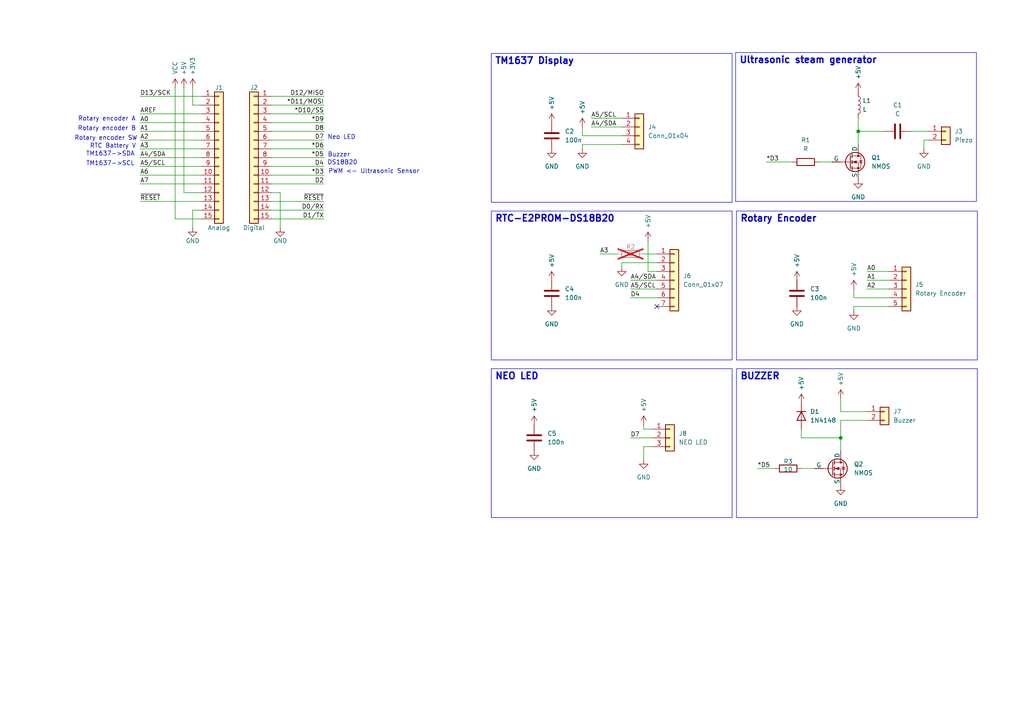
<source format=kicad_sch>
(kicad_sch
	(version 20250114)
	(generator "eeschema")
	(generator_version "9.0")
	(uuid "0d35483a-0b12-46cc-b9f2-896fd6831779")
	(paper "A4")
	(title_block
		(date "sam. 04 avril 2015")
	)
	(lib_symbols
		(symbol "Connector_Generic:Conn_01x02"
			(pin_names
				(offset 1.016)
				(hide yes)
			)
			(exclude_from_sim no)
			(in_bom yes)
			(on_board yes)
			(property "Reference" "J"
				(at 0 2.54 0)
				(effects
					(font
						(size 1.27 1.27)
					)
				)
			)
			(property "Value" "Conn_01x02"
				(at 0 -5.08 0)
				(effects
					(font
						(size 1.27 1.27)
					)
				)
			)
			(property "Footprint" ""
				(at 0 0 0)
				(effects
					(font
						(size 1.27 1.27)
					)
					(hide yes)
				)
			)
			(property "Datasheet" "~"
				(at 0 0 0)
				(effects
					(font
						(size 1.27 1.27)
					)
					(hide yes)
				)
			)
			(property "Description" "Generic connector, single row, 01x02, script generated (kicad-library-utils/schlib/autogen/connector/)"
				(at 0 0 0)
				(effects
					(font
						(size 1.27 1.27)
					)
					(hide yes)
				)
			)
			(property "ki_keywords" "connector"
				(at 0 0 0)
				(effects
					(font
						(size 1.27 1.27)
					)
					(hide yes)
				)
			)
			(property "ki_fp_filters" "Connector*:*_1x??_*"
				(at 0 0 0)
				(effects
					(font
						(size 1.27 1.27)
					)
					(hide yes)
				)
			)
			(symbol "Conn_01x02_1_1"
				(rectangle
					(start -1.27 1.27)
					(end 1.27 -3.81)
					(stroke
						(width 0.254)
						(type default)
					)
					(fill
						(type background)
					)
				)
				(rectangle
					(start -1.27 0.127)
					(end 0 -0.127)
					(stroke
						(width 0.1524)
						(type default)
					)
					(fill
						(type none)
					)
				)
				(rectangle
					(start -1.27 -2.413)
					(end 0 -2.667)
					(stroke
						(width 0.1524)
						(type default)
					)
					(fill
						(type none)
					)
				)
				(pin passive line
					(at -5.08 0 0)
					(length 3.81)
					(name "Pin_1"
						(effects
							(font
								(size 1.27 1.27)
							)
						)
					)
					(number "1"
						(effects
							(font
								(size 1.27 1.27)
							)
						)
					)
				)
				(pin passive line
					(at -5.08 -2.54 0)
					(length 3.81)
					(name "Pin_2"
						(effects
							(font
								(size 1.27 1.27)
							)
						)
					)
					(number "2"
						(effects
							(font
								(size 1.27 1.27)
							)
						)
					)
				)
			)
			(embedded_fonts no)
		)
		(symbol "Connector_Generic:Conn_01x03"
			(pin_names
				(offset 1.016)
				(hide yes)
			)
			(exclude_from_sim no)
			(in_bom yes)
			(on_board yes)
			(property "Reference" "J"
				(at 0 5.08 0)
				(effects
					(font
						(size 1.27 1.27)
					)
				)
			)
			(property "Value" "Conn_01x03"
				(at 0 -5.08 0)
				(effects
					(font
						(size 1.27 1.27)
					)
				)
			)
			(property "Footprint" ""
				(at 0 0 0)
				(effects
					(font
						(size 1.27 1.27)
					)
					(hide yes)
				)
			)
			(property "Datasheet" "~"
				(at 0 0 0)
				(effects
					(font
						(size 1.27 1.27)
					)
					(hide yes)
				)
			)
			(property "Description" "Generic connector, single row, 01x03, script generated (kicad-library-utils/schlib/autogen/connector/)"
				(at 0 0 0)
				(effects
					(font
						(size 1.27 1.27)
					)
					(hide yes)
				)
			)
			(property "ki_keywords" "connector"
				(at 0 0 0)
				(effects
					(font
						(size 1.27 1.27)
					)
					(hide yes)
				)
			)
			(property "ki_fp_filters" "Connector*:*_1x??_*"
				(at 0 0 0)
				(effects
					(font
						(size 1.27 1.27)
					)
					(hide yes)
				)
			)
			(symbol "Conn_01x03_1_1"
				(rectangle
					(start -1.27 3.81)
					(end 1.27 -3.81)
					(stroke
						(width 0.254)
						(type default)
					)
					(fill
						(type background)
					)
				)
				(rectangle
					(start -1.27 2.667)
					(end 0 2.413)
					(stroke
						(width 0.1524)
						(type default)
					)
					(fill
						(type none)
					)
				)
				(rectangle
					(start -1.27 0.127)
					(end 0 -0.127)
					(stroke
						(width 0.1524)
						(type default)
					)
					(fill
						(type none)
					)
				)
				(rectangle
					(start -1.27 -2.413)
					(end 0 -2.667)
					(stroke
						(width 0.1524)
						(type default)
					)
					(fill
						(type none)
					)
				)
				(pin passive line
					(at -5.08 2.54 0)
					(length 3.81)
					(name "Pin_1"
						(effects
							(font
								(size 1.27 1.27)
							)
						)
					)
					(number "1"
						(effects
							(font
								(size 1.27 1.27)
							)
						)
					)
				)
				(pin passive line
					(at -5.08 0 0)
					(length 3.81)
					(name "Pin_2"
						(effects
							(font
								(size 1.27 1.27)
							)
						)
					)
					(number "2"
						(effects
							(font
								(size 1.27 1.27)
							)
						)
					)
				)
				(pin passive line
					(at -5.08 -2.54 0)
					(length 3.81)
					(name "Pin_3"
						(effects
							(font
								(size 1.27 1.27)
							)
						)
					)
					(number "3"
						(effects
							(font
								(size 1.27 1.27)
							)
						)
					)
				)
			)
			(embedded_fonts no)
		)
		(symbol "Connector_Generic:Conn_01x04"
			(pin_names
				(offset 1.016)
				(hide yes)
			)
			(exclude_from_sim no)
			(in_bom yes)
			(on_board yes)
			(property "Reference" "J"
				(at 0 5.08 0)
				(effects
					(font
						(size 1.27 1.27)
					)
				)
			)
			(property "Value" "Conn_01x04"
				(at 0 -7.62 0)
				(effects
					(font
						(size 1.27 1.27)
					)
				)
			)
			(property "Footprint" ""
				(at 0 0 0)
				(effects
					(font
						(size 1.27 1.27)
					)
					(hide yes)
				)
			)
			(property "Datasheet" "~"
				(at 0 0 0)
				(effects
					(font
						(size 1.27 1.27)
					)
					(hide yes)
				)
			)
			(property "Description" "Generic connector, single row, 01x04, script generated (kicad-library-utils/schlib/autogen/connector/)"
				(at 0 0 0)
				(effects
					(font
						(size 1.27 1.27)
					)
					(hide yes)
				)
			)
			(property "ki_keywords" "connector"
				(at 0 0 0)
				(effects
					(font
						(size 1.27 1.27)
					)
					(hide yes)
				)
			)
			(property "ki_fp_filters" "Connector*:*_1x??_*"
				(at 0 0 0)
				(effects
					(font
						(size 1.27 1.27)
					)
					(hide yes)
				)
			)
			(symbol "Conn_01x04_1_1"
				(rectangle
					(start -1.27 3.81)
					(end 1.27 -6.35)
					(stroke
						(width 0.254)
						(type default)
					)
					(fill
						(type background)
					)
				)
				(rectangle
					(start -1.27 2.667)
					(end 0 2.413)
					(stroke
						(width 0.1524)
						(type default)
					)
					(fill
						(type none)
					)
				)
				(rectangle
					(start -1.27 0.127)
					(end 0 -0.127)
					(stroke
						(width 0.1524)
						(type default)
					)
					(fill
						(type none)
					)
				)
				(rectangle
					(start -1.27 -2.413)
					(end 0 -2.667)
					(stroke
						(width 0.1524)
						(type default)
					)
					(fill
						(type none)
					)
				)
				(rectangle
					(start -1.27 -4.953)
					(end 0 -5.207)
					(stroke
						(width 0.1524)
						(type default)
					)
					(fill
						(type none)
					)
				)
				(pin passive line
					(at -5.08 2.54 0)
					(length 3.81)
					(name "Pin_1"
						(effects
							(font
								(size 1.27 1.27)
							)
						)
					)
					(number "1"
						(effects
							(font
								(size 1.27 1.27)
							)
						)
					)
				)
				(pin passive line
					(at -5.08 0 0)
					(length 3.81)
					(name "Pin_2"
						(effects
							(font
								(size 1.27 1.27)
							)
						)
					)
					(number "2"
						(effects
							(font
								(size 1.27 1.27)
							)
						)
					)
				)
				(pin passive line
					(at -5.08 -2.54 0)
					(length 3.81)
					(name "Pin_3"
						(effects
							(font
								(size 1.27 1.27)
							)
						)
					)
					(number "3"
						(effects
							(font
								(size 1.27 1.27)
							)
						)
					)
				)
				(pin passive line
					(at -5.08 -5.08 0)
					(length 3.81)
					(name "Pin_4"
						(effects
							(font
								(size 1.27 1.27)
							)
						)
					)
					(number "4"
						(effects
							(font
								(size 1.27 1.27)
							)
						)
					)
				)
			)
			(embedded_fonts no)
		)
		(symbol "Connector_Generic:Conn_01x05"
			(pin_names
				(offset 1.016)
				(hide yes)
			)
			(exclude_from_sim no)
			(in_bom yes)
			(on_board yes)
			(property "Reference" "J"
				(at 0 7.62 0)
				(effects
					(font
						(size 1.27 1.27)
					)
				)
			)
			(property "Value" "Conn_01x05"
				(at 0 -7.62 0)
				(effects
					(font
						(size 1.27 1.27)
					)
				)
			)
			(property "Footprint" ""
				(at 0 0 0)
				(effects
					(font
						(size 1.27 1.27)
					)
					(hide yes)
				)
			)
			(property "Datasheet" "~"
				(at 0 0 0)
				(effects
					(font
						(size 1.27 1.27)
					)
					(hide yes)
				)
			)
			(property "Description" "Generic connector, single row, 01x05, script generated (kicad-library-utils/schlib/autogen/connector/)"
				(at 0 0 0)
				(effects
					(font
						(size 1.27 1.27)
					)
					(hide yes)
				)
			)
			(property "ki_keywords" "connector"
				(at 0 0 0)
				(effects
					(font
						(size 1.27 1.27)
					)
					(hide yes)
				)
			)
			(property "ki_fp_filters" "Connector*:*_1x??_*"
				(at 0 0 0)
				(effects
					(font
						(size 1.27 1.27)
					)
					(hide yes)
				)
			)
			(symbol "Conn_01x05_1_1"
				(rectangle
					(start -1.27 6.35)
					(end 1.27 -6.35)
					(stroke
						(width 0.254)
						(type default)
					)
					(fill
						(type background)
					)
				)
				(rectangle
					(start -1.27 5.207)
					(end 0 4.953)
					(stroke
						(width 0.1524)
						(type default)
					)
					(fill
						(type none)
					)
				)
				(rectangle
					(start -1.27 2.667)
					(end 0 2.413)
					(stroke
						(width 0.1524)
						(type default)
					)
					(fill
						(type none)
					)
				)
				(rectangle
					(start -1.27 0.127)
					(end 0 -0.127)
					(stroke
						(width 0.1524)
						(type default)
					)
					(fill
						(type none)
					)
				)
				(rectangle
					(start -1.27 -2.413)
					(end 0 -2.667)
					(stroke
						(width 0.1524)
						(type default)
					)
					(fill
						(type none)
					)
				)
				(rectangle
					(start -1.27 -4.953)
					(end 0 -5.207)
					(stroke
						(width 0.1524)
						(type default)
					)
					(fill
						(type none)
					)
				)
				(pin passive line
					(at -5.08 5.08 0)
					(length 3.81)
					(name "Pin_1"
						(effects
							(font
								(size 1.27 1.27)
							)
						)
					)
					(number "1"
						(effects
							(font
								(size 1.27 1.27)
							)
						)
					)
				)
				(pin passive line
					(at -5.08 2.54 0)
					(length 3.81)
					(name "Pin_2"
						(effects
							(font
								(size 1.27 1.27)
							)
						)
					)
					(number "2"
						(effects
							(font
								(size 1.27 1.27)
							)
						)
					)
				)
				(pin passive line
					(at -5.08 0 0)
					(length 3.81)
					(name "Pin_3"
						(effects
							(font
								(size 1.27 1.27)
							)
						)
					)
					(number "3"
						(effects
							(font
								(size 1.27 1.27)
							)
						)
					)
				)
				(pin passive line
					(at -5.08 -2.54 0)
					(length 3.81)
					(name "Pin_4"
						(effects
							(font
								(size 1.27 1.27)
							)
						)
					)
					(number "4"
						(effects
							(font
								(size 1.27 1.27)
							)
						)
					)
				)
				(pin passive line
					(at -5.08 -5.08 0)
					(length 3.81)
					(name "Pin_5"
						(effects
							(font
								(size 1.27 1.27)
							)
						)
					)
					(number "5"
						(effects
							(font
								(size 1.27 1.27)
							)
						)
					)
				)
			)
			(embedded_fonts no)
		)
		(symbol "Connector_Generic:Conn_01x07"
			(pin_names
				(offset 1.016)
				(hide yes)
			)
			(exclude_from_sim no)
			(in_bom yes)
			(on_board yes)
			(property "Reference" "J"
				(at 0 10.16 0)
				(effects
					(font
						(size 1.27 1.27)
					)
				)
			)
			(property "Value" "Conn_01x07"
				(at 0 -10.16 0)
				(effects
					(font
						(size 1.27 1.27)
					)
				)
			)
			(property "Footprint" ""
				(at 0 0 0)
				(effects
					(font
						(size 1.27 1.27)
					)
					(hide yes)
				)
			)
			(property "Datasheet" "~"
				(at 0 0 0)
				(effects
					(font
						(size 1.27 1.27)
					)
					(hide yes)
				)
			)
			(property "Description" "Generic connector, single row, 01x07, script generated (kicad-library-utils/schlib/autogen/connector/)"
				(at 0 0 0)
				(effects
					(font
						(size 1.27 1.27)
					)
					(hide yes)
				)
			)
			(property "ki_keywords" "connector"
				(at 0 0 0)
				(effects
					(font
						(size 1.27 1.27)
					)
					(hide yes)
				)
			)
			(property "ki_fp_filters" "Connector*:*_1x??_*"
				(at 0 0 0)
				(effects
					(font
						(size 1.27 1.27)
					)
					(hide yes)
				)
			)
			(symbol "Conn_01x07_1_1"
				(rectangle
					(start -1.27 8.89)
					(end 1.27 -8.89)
					(stroke
						(width 0.254)
						(type default)
					)
					(fill
						(type background)
					)
				)
				(rectangle
					(start -1.27 7.747)
					(end 0 7.493)
					(stroke
						(width 0.1524)
						(type default)
					)
					(fill
						(type none)
					)
				)
				(rectangle
					(start -1.27 5.207)
					(end 0 4.953)
					(stroke
						(width 0.1524)
						(type default)
					)
					(fill
						(type none)
					)
				)
				(rectangle
					(start -1.27 2.667)
					(end 0 2.413)
					(stroke
						(width 0.1524)
						(type default)
					)
					(fill
						(type none)
					)
				)
				(rectangle
					(start -1.27 0.127)
					(end 0 -0.127)
					(stroke
						(width 0.1524)
						(type default)
					)
					(fill
						(type none)
					)
				)
				(rectangle
					(start -1.27 -2.413)
					(end 0 -2.667)
					(stroke
						(width 0.1524)
						(type default)
					)
					(fill
						(type none)
					)
				)
				(rectangle
					(start -1.27 -4.953)
					(end 0 -5.207)
					(stroke
						(width 0.1524)
						(type default)
					)
					(fill
						(type none)
					)
				)
				(rectangle
					(start -1.27 -7.493)
					(end 0 -7.747)
					(stroke
						(width 0.1524)
						(type default)
					)
					(fill
						(type none)
					)
				)
				(pin passive line
					(at -5.08 7.62 0)
					(length 3.81)
					(name "Pin_1"
						(effects
							(font
								(size 1.27 1.27)
							)
						)
					)
					(number "1"
						(effects
							(font
								(size 1.27 1.27)
							)
						)
					)
				)
				(pin passive line
					(at -5.08 5.08 0)
					(length 3.81)
					(name "Pin_2"
						(effects
							(font
								(size 1.27 1.27)
							)
						)
					)
					(number "2"
						(effects
							(font
								(size 1.27 1.27)
							)
						)
					)
				)
				(pin passive line
					(at -5.08 2.54 0)
					(length 3.81)
					(name "Pin_3"
						(effects
							(font
								(size 1.27 1.27)
							)
						)
					)
					(number "3"
						(effects
							(font
								(size 1.27 1.27)
							)
						)
					)
				)
				(pin passive line
					(at -5.08 0 0)
					(length 3.81)
					(name "Pin_4"
						(effects
							(font
								(size 1.27 1.27)
							)
						)
					)
					(number "4"
						(effects
							(font
								(size 1.27 1.27)
							)
						)
					)
				)
				(pin passive line
					(at -5.08 -2.54 0)
					(length 3.81)
					(name "Pin_5"
						(effects
							(font
								(size 1.27 1.27)
							)
						)
					)
					(number "5"
						(effects
							(font
								(size 1.27 1.27)
							)
						)
					)
				)
				(pin passive line
					(at -5.08 -5.08 0)
					(length 3.81)
					(name "Pin_6"
						(effects
							(font
								(size 1.27 1.27)
							)
						)
					)
					(number "6"
						(effects
							(font
								(size 1.27 1.27)
							)
						)
					)
				)
				(pin passive line
					(at -5.08 -7.62 0)
					(length 3.81)
					(name "Pin_7"
						(effects
							(font
								(size 1.27 1.27)
							)
						)
					)
					(number "7"
						(effects
							(font
								(size 1.27 1.27)
							)
						)
					)
				)
			)
			(embedded_fonts no)
		)
		(symbol "Connector_Generic:Conn_01x15"
			(pin_names
				(offset 1.016)
				(hide yes)
			)
			(exclude_from_sim no)
			(in_bom yes)
			(on_board yes)
			(property "Reference" "J"
				(at 0 20.32 0)
				(effects
					(font
						(size 1.27 1.27)
					)
				)
			)
			(property "Value" "Conn_01x15"
				(at 0 -20.32 0)
				(effects
					(font
						(size 1.27 1.27)
					)
				)
			)
			(property "Footprint" ""
				(at 0 0 0)
				(effects
					(font
						(size 1.27 1.27)
					)
					(hide yes)
				)
			)
			(property "Datasheet" "~"
				(at 0 0 0)
				(effects
					(font
						(size 1.27 1.27)
					)
					(hide yes)
				)
			)
			(property "Description" "Generic connector, single row, 01x15, script generated (kicad-library-utils/schlib/autogen/connector/)"
				(at 0 0 0)
				(effects
					(font
						(size 1.27 1.27)
					)
					(hide yes)
				)
			)
			(property "ki_keywords" "connector"
				(at 0 0 0)
				(effects
					(font
						(size 1.27 1.27)
					)
					(hide yes)
				)
			)
			(property "ki_fp_filters" "Connector*:*_1x??_*"
				(at 0 0 0)
				(effects
					(font
						(size 1.27 1.27)
					)
					(hide yes)
				)
			)
			(symbol "Conn_01x15_1_1"
				(rectangle
					(start -1.27 19.05)
					(end 1.27 -19.05)
					(stroke
						(width 0.254)
						(type default)
					)
					(fill
						(type background)
					)
				)
				(rectangle
					(start -1.27 17.907)
					(end 0 17.653)
					(stroke
						(width 0.1524)
						(type default)
					)
					(fill
						(type none)
					)
				)
				(rectangle
					(start -1.27 15.367)
					(end 0 15.113)
					(stroke
						(width 0.1524)
						(type default)
					)
					(fill
						(type none)
					)
				)
				(rectangle
					(start -1.27 12.827)
					(end 0 12.573)
					(stroke
						(width 0.1524)
						(type default)
					)
					(fill
						(type none)
					)
				)
				(rectangle
					(start -1.27 10.287)
					(end 0 10.033)
					(stroke
						(width 0.1524)
						(type default)
					)
					(fill
						(type none)
					)
				)
				(rectangle
					(start -1.27 7.747)
					(end 0 7.493)
					(stroke
						(width 0.1524)
						(type default)
					)
					(fill
						(type none)
					)
				)
				(rectangle
					(start -1.27 5.207)
					(end 0 4.953)
					(stroke
						(width 0.1524)
						(type default)
					)
					(fill
						(type none)
					)
				)
				(rectangle
					(start -1.27 2.667)
					(end 0 2.413)
					(stroke
						(width 0.1524)
						(type default)
					)
					(fill
						(type none)
					)
				)
				(rectangle
					(start -1.27 0.127)
					(end 0 -0.127)
					(stroke
						(width 0.1524)
						(type default)
					)
					(fill
						(type none)
					)
				)
				(rectangle
					(start -1.27 -2.413)
					(end 0 -2.667)
					(stroke
						(width 0.1524)
						(type default)
					)
					(fill
						(type none)
					)
				)
				(rectangle
					(start -1.27 -4.953)
					(end 0 -5.207)
					(stroke
						(width 0.1524)
						(type default)
					)
					(fill
						(type none)
					)
				)
				(rectangle
					(start -1.27 -7.493)
					(end 0 -7.747)
					(stroke
						(width 0.1524)
						(type default)
					)
					(fill
						(type none)
					)
				)
				(rectangle
					(start -1.27 -10.033)
					(end 0 -10.287)
					(stroke
						(width 0.1524)
						(type default)
					)
					(fill
						(type none)
					)
				)
				(rectangle
					(start -1.27 -12.573)
					(end 0 -12.827)
					(stroke
						(width 0.1524)
						(type default)
					)
					(fill
						(type none)
					)
				)
				(rectangle
					(start -1.27 -15.113)
					(end 0 -15.367)
					(stroke
						(width 0.1524)
						(type default)
					)
					(fill
						(type none)
					)
				)
				(rectangle
					(start -1.27 -17.653)
					(end 0 -17.907)
					(stroke
						(width 0.1524)
						(type default)
					)
					(fill
						(type none)
					)
				)
				(pin passive line
					(at -5.08 17.78 0)
					(length 3.81)
					(name "Pin_1"
						(effects
							(font
								(size 1.27 1.27)
							)
						)
					)
					(number "1"
						(effects
							(font
								(size 1.27 1.27)
							)
						)
					)
				)
				(pin passive line
					(at -5.08 15.24 0)
					(length 3.81)
					(name "Pin_2"
						(effects
							(font
								(size 1.27 1.27)
							)
						)
					)
					(number "2"
						(effects
							(font
								(size 1.27 1.27)
							)
						)
					)
				)
				(pin passive line
					(at -5.08 12.7 0)
					(length 3.81)
					(name "Pin_3"
						(effects
							(font
								(size 1.27 1.27)
							)
						)
					)
					(number "3"
						(effects
							(font
								(size 1.27 1.27)
							)
						)
					)
				)
				(pin passive line
					(at -5.08 10.16 0)
					(length 3.81)
					(name "Pin_4"
						(effects
							(font
								(size 1.27 1.27)
							)
						)
					)
					(number "4"
						(effects
							(font
								(size 1.27 1.27)
							)
						)
					)
				)
				(pin passive line
					(at -5.08 7.62 0)
					(length 3.81)
					(name "Pin_5"
						(effects
							(font
								(size 1.27 1.27)
							)
						)
					)
					(number "5"
						(effects
							(font
								(size 1.27 1.27)
							)
						)
					)
				)
				(pin passive line
					(at -5.08 5.08 0)
					(length 3.81)
					(name "Pin_6"
						(effects
							(font
								(size 1.27 1.27)
							)
						)
					)
					(number "6"
						(effects
							(font
								(size 1.27 1.27)
							)
						)
					)
				)
				(pin passive line
					(at -5.08 2.54 0)
					(length 3.81)
					(name "Pin_7"
						(effects
							(font
								(size 1.27 1.27)
							)
						)
					)
					(number "7"
						(effects
							(font
								(size 1.27 1.27)
							)
						)
					)
				)
				(pin passive line
					(at -5.08 0 0)
					(length 3.81)
					(name "Pin_8"
						(effects
							(font
								(size 1.27 1.27)
							)
						)
					)
					(number "8"
						(effects
							(font
								(size 1.27 1.27)
							)
						)
					)
				)
				(pin passive line
					(at -5.08 -2.54 0)
					(length 3.81)
					(name "Pin_9"
						(effects
							(font
								(size 1.27 1.27)
							)
						)
					)
					(number "9"
						(effects
							(font
								(size 1.27 1.27)
							)
						)
					)
				)
				(pin passive line
					(at -5.08 -5.08 0)
					(length 3.81)
					(name "Pin_10"
						(effects
							(font
								(size 1.27 1.27)
							)
						)
					)
					(number "10"
						(effects
							(font
								(size 1.27 1.27)
							)
						)
					)
				)
				(pin passive line
					(at -5.08 -7.62 0)
					(length 3.81)
					(name "Pin_11"
						(effects
							(font
								(size 1.27 1.27)
							)
						)
					)
					(number "11"
						(effects
							(font
								(size 1.27 1.27)
							)
						)
					)
				)
				(pin passive line
					(at -5.08 -10.16 0)
					(length 3.81)
					(name "Pin_12"
						(effects
							(font
								(size 1.27 1.27)
							)
						)
					)
					(number "12"
						(effects
							(font
								(size 1.27 1.27)
							)
						)
					)
				)
				(pin passive line
					(at -5.08 -12.7 0)
					(length 3.81)
					(name "Pin_13"
						(effects
							(font
								(size 1.27 1.27)
							)
						)
					)
					(number "13"
						(effects
							(font
								(size 1.27 1.27)
							)
						)
					)
				)
				(pin passive line
					(at -5.08 -15.24 0)
					(length 3.81)
					(name "Pin_14"
						(effects
							(font
								(size 1.27 1.27)
							)
						)
					)
					(number "14"
						(effects
							(font
								(size 1.27 1.27)
							)
						)
					)
				)
				(pin passive line
					(at -5.08 -17.78 0)
					(length 3.81)
					(name "Pin_15"
						(effects
							(font
								(size 1.27 1.27)
							)
						)
					)
					(number "15"
						(effects
							(font
								(size 1.27 1.27)
							)
						)
					)
				)
			)
			(embedded_fonts no)
		)
		(symbol "Device:C"
			(pin_numbers
				(hide yes)
			)
			(pin_names
				(offset 0.254)
			)
			(exclude_from_sim no)
			(in_bom yes)
			(on_board yes)
			(property "Reference" "C"
				(at 0.635 2.54 0)
				(effects
					(font
						(size 1.27 1.27)
					)
					(justify left)
				)
			)
			(property "Value" "C"
				(at 0.635 -2.54 0)
				(effects
					(font
						(size 1.27 1.27)
					)
					(justify left)
				)
			)
			(property "Footprint" ""
				(at 0.9652 -3.81 0)
				(effects
					(font
						(size 1.27 1.27)
					)
					(hide yes)
				)
			)
			(property "Datasheet" "~"
				(at 0 0 0)
				(effects
					(font
						(size 1.27 1.27)
					)
					(hide yes)
				)
			)
			(property "Description" "Unpolarized capacitor"
				(at 0 0 0)
				(effects
					(font
						(size 1.27 1.27)
					)
					(hide yes)
				)
			)
			(property "ki_keywords" "cap capacitor"
				(at 0 0 0)
				(effects
					(font
						(size 1.27 1.27)
					)
					(hide yes)
				)
			)
			(property "ki_fp_filters" "C_*"
				(at 0 0 0)
				(effects
					(font
						(size 1.27 1.27)
					)
					(hide yes)
				)
			)
			(symbol "C_0_1"
				(polyline
					(pts
						(xy -2.032 0.762) (xy 2.032 0.762)
					)
					(stroke
						(width 0.508)
						(type default)
					)
					(fill
						(type none)
					)
				)
				(polyline
					(pts
						(xy -2.032 -0.762) (xy 2.032 -0.762)
					)
					(stroke
						(width 0.508)
						(type default)
					)
					(fill
						(type none)
					)
				)
			)
			(symbol "C_1_1"
				(pin passive line
					(at 0 3.81 270)
					(length 2.794)
					(name "~"
						(effects
							(font
								(size 1.27 1.27)
							)
						)
					)
					(number "1"
						(effects
							(font
								(size 1.27 1.27)
							)
						)
					)
				)
				(pin passive line
					(at 0 -3.81 90)
					(length 2.794)
					(name "~"
						(effects
							(font
								(size 1.27 1.27)
							)
						)
					)
					(number "2"
						(effects
							(font
								(size 1.27 1.27)
							)
						)
					)
				)
			)
			(embedded_fonts no)
		)
		(symbol "Device:L"
			(pin_numbers
				(hide yes)
			)
			(pin_names
				(offset 1.016)
				(hide yes)
			)
			(exclude_from_sim no)
			(in_bom yes)
			(on_board yes)
			(property "Reference" "L"
				(at -1.27 0 90)
				(effects
					(font
						(size 1.27 1.27)
					)
				)
			)
			(property "Value" "L"
				(at 1.905 0 90)
				(effects
					(font
						(size 1.27 1.27)
					)
				)
			)
			(property "Footprint" ""
				(at 0 0 0)
				(effects
					(font
						(size 1.27 1.27)
					)
					(hide yes)
				)
			)
			(property "Datasheet" "~"
				(at 0 0 0)
				(effects
					(font
						(size 1.27 1.27)
					)
					(hide yes)
				)
			)
			(property "Description" "Inductor"
				(at 0 0 0)
				(effects
					(font
						(size 1.27 1.27)
					)
					(hide yes)
				)
			)
			(property "ki_keywords" "inductor choke coil reactor magnetic"
				(at 0 0 0)
				(effects
					(font
						(size 1.27 1.27)
					)
					(hide yes)
				)
			)
			(property "ki_fp_filters" "Choke_* *Coil* Inductor_* L_*"
				(at 0 0 0)
				(effects
					(font
						(size 1.27 1.27)
					)
					(hide yes)
				)
			)
			(symbol "L_0_1"
				(arc
					(start 0 2.54)
					(mid 0.6323 1.905)
					(end 0 1.27)
					(stroke
						(width 0)
						(type default)
					)
					(fill
						(type none)
					)
				)
				(arc
					(start 0 1.27)
					(mid 0.6323 0.635)
					(end 0 0)
					(stroke
						(width 0)
						(type default)
					)
					(fill
						(type none)
					)
				)
				(arc
					(start 0 0)
					(mid 0.6323 -0.635)
					(end 0 -1.27)
					(stroke
						(width 0)
						(type default)
					)
					(fill
						(type none)
					)
				)
				(arc
					(start 0 -1.27)
					(mid 0.6323 -1.905)
					(end 0 -2.54)
					(stroke
						(width 0)
						(type default)
					)
					(fill
						(type none)
					)
				)
			)
			(symbol "L_1_1"
				(pin passive line
					(at 0 3.81 270)
					(length 1.27)
					(name "1"
						(effects
							(font
								(size 1.27 1.27)
							)
						)
					)
					(number "1"
						(effects
							(font
								(size 1.27 1.27)
							)
						)
					)
				)
				(pin passive line
					(at 0 -3.81 90)
					(length 1.27)
					(name "2"
						(effects
							(font
								(size 1.27 1.27)
							)
						)
					)
					(number "2"
						(effects
							(font
								(size 1.27 1.27)
							)
						)
					)
				)
			)
			(embedded_fonts no)
		)
		(symbol "Device:R"
			(pin_numbers
				(hide yes)
			)
			(pin_names
				(offset 0)
			)
			(exclude_from_sim no)
			(in_bom yes)
			(on_board yes)
			(property "Reference" "R"
				(at 2.032 0 90)
				(effects
					(font
						(size 1.27 1.27)
					)
				)
			)
			(property "Value" "R"
				(at 0 0 90)
				(effects
					(font
						(size 1.27 1.27)
					)
				)
			)
			(property "Footprint" ""
				(at -1.778 0 90)
				(effects
					(font
						(size 1.27 1.27)
					)
					(hide yes)
				)
			)
			(property "Datasheet" "~"
				(at 0 0 0)
				(effects
					(font
						(size 1.27 1.27)
					)
					(hide yes)
				)
			)
			(property "Description" "Resistor"
				(at 0 0 0)
				(effects
					(font
						(size 1.27 1.27)
					)
					(hide yes)
				)
			)
			(property "ki_keywords" "R res resistor"
				(at 0 0 0)
				(effects
					(font
						(size 1.27 1.27)
					)
					(hide yes)
				)
			)
			(property "ki_fp_filters" "R_*"
				(at 0 0 0)
				(effects
					(font
						(size 1.27 1.27)
					)
					(hide yes)
				)
			)
			(symbol "R_0_1"
				(rectangle
					(start -1.016 -2.54)
					(end 1.016 2.54)
					(stroke
						(width 0.254)
						(type default)
					)
					(fill
						(type none)
					)
				)
			)
			(symbol "R_1_1"
				(pin passive line
					(at 0 3.81 270)
					(length 1.27)
					(name "~"
						(effects
							(font
								(size 1.27 1.27)
							)
						)
					)
					(number "1"
						(effects
							(font
								(size 1.27 1.27)
							)
						)
					)
				)
				(pin passive line
					(at 0 -3.81 90)
					(length 1.27)
					(name "~"
						(effects
							(font
								(size 1.27 1.27)
							)
						)
					)
					(number "2"
						(effects
							(font
								(size 1.27 1.27)
							)
						)
					)
				)
			)
			(embedded_fonts no)
		)
		(symbol "Diode:1N4148"
			(pin_numbers
				(hide yes)
			)
			(pin_names
				(hide yes)
			)
			(exclude_from_sim no)
			(in_bom yes)
			(on_board yes)
			(property "Reference" "D"
				(at 0 2.54 0)
				(effects
					(font
						(size 1.27 1.27)
					)
				)
			)
			(property "Value" "1N4148"
				(at 0 -2.54 0)
				(effects
					(font
						(size 1.27 1.27)
					)
				)
			)
			(property "Footprint" "Diode_THT:D_DO-35_SOD27_P7.62mm_Horizontal"
				(at 0 0 0)
				(effects
					(font
						(size 1.27 1.27)
					)
					(hide yes)
				)
			)
			(property "Datasheet" "https://assets.nexperia.com/documents/data-sheet/1N4148_1N4448.pdf"
				(at 0 0 0)
				(effects
					(font
						(size 1.27 1.27)
					)
					(hide yes)
				)
			)
			(property "Description" "100V 0.15A standard switching diode, DO-35"
				(at 0 0 0)
				(effects
					(font
						(size 1.27 1.27)
					)
					(hide yes)
				)
			)
			(property "Sim.Device" "D"
				(at 0 0 0)
				(effects
					(font
						(size 1.27 1.27)
					)
					(hide yes)
				)
			)
			(property "Sim.Pins" "1=K 2=A"
				(at 0 0 0)
				(effects
					(font
						(size 1.27 1.27)
					)
					(hide yes)
				)
			)
			(property "ki_keywords" "diode"
				(at 0 0 0)
				(effects
					(font
						(size 1.27 1.27)
					)
					(hide yes)
				)
			)
			(property "ki_fp_filters" "D*DO?35*"
				(at 0 0 0)
				(effects
					(font
						(size 1.27 1.27)
					)
					(hide yes)
				)
			)
			(symbol "1N4148_0_1"
				(polyline
					(pts
						(xy -1.27 1.27) (xy -1.27 -1.27)
					)
					(stroke
						(width 0.254)
						(type default)
					)
					(fill
						(type none)
					)
				)
				(polyline
					(pts
						(xy 1.27 1.27) (xy 1.27 -1.27) (xy -1.27 0) (xy 1.27 1.27)
					)
					(stroke
						(width 0.254)
						(type default)
					)
					(fill
						(type none)
					)
				)
				(polyline
					(pts
						(xy 1.27 0) (xy -1.27 0)
					)
					(stroke
						(width 0)
						(type default)
					)
					(fill
						(type none)
					)
				)
			)
			(symbol "1N4148_1_1"
				(pin passive line
					(at -3.81 0 0)
					(length 2.54)
					(name "K"
						(effects
							(font
								(size 1.27 1.27)
							)
						)
					)
					(number "1"
						(effects
							(font
								(size 1.27 1.27)
							)
						)
					)
				)
				(pin passive line
					(at 3.81 0 180)
					(length 2.54)
					(name "A"
						(effects
							(font
								(size 1.27 1.27)
							)
						)
					)
					(number "2"
						(effects
							(font
								(size 1.27 1.27)
							)
						)
					)
				)
			)
			(embedded_fonts no)
		)
		(symbol "Simulation_SPICE:NMOS"
			(pin_numbers
				(hide yes)
			)
			(pin_names
				(offset 0)
			)
			(exclude_from_sim no)
			(in_bom yes)
			(on_board yes)
			(property "Reference" "Q"
				(at 5.08 1.27 0)
				(effects
					(font
						(size 1.27 1.27)
					)
					(justify left)
				)
			)
			(property "Value" "NMOS"
				(at 5.08 -1.27 0)
				(effects
					(font
						(size 1.27 1.27)
					)
					(justify left)
				)
			)
			(property "Footprint" ""
				(at 5.08 2.54 0)
				(effects
					(font
						(size 1.27 1.27)
					)
					(hide yes)
				)
			)
			(property "Datasheet" "https://ngspice.sourceforge.io/docs/ngspice-html-manual/manual.xhtml#cha_MOSFETs"
				(at 0 -12.7 0)
				(effects
					(font
						(size 1.27 1.27)
					)
					(hide yes)
				)
			)
			(property "Description" "N-MOSFET transistor, drain/source/gate"
				(at 0 0 0)
				(effects
					(font
						(size 1.27 1.27)
					)
					(hide yes)
				)
			)
			(property "Sim.Device" "NMOS"
				(at 0 -17.145 0)
				(effects
					(font
						(size 1.27 1.27)
					)
					(hide yes)
				)
			)
			(property "Sim.Type" "VDMOS"
				(at 0 -19.05 0)
				(effects
					(font
						(size 1.27 1.27)
					)
					(hide yes)
				)
			)
			(property "Sim.Pins" "1=D 2=G 3=S"
				(at 0 -15.24 0)
				(effects
					(font
						(size 1.27 1.27)
					)
					(hide yes)
				)
			)
			(property "ki_keywords" "transistor NMOS N-MOS N-MOSFET simulation"
				(at 0 0 0)
				(effects
					(font
						(size 1.27 1.27)
					)
					(hide yes)
				)
			)
			(symbol "NMOS_0_1"
				(polyline
					(pts
						(xy 0.254 1.905) (xy 0.254 -1.905)
					)
					(stroke
						(width 0.254)
						(type default)
					)
					(fill
						(type none)
					)
				)
				(polyline
					(pts
						(xy 0.254 0) (xy -2.54 0)
					)
					(stroke
						(width 0)
						(type default)
					)
					(fill
						(type none)
					)
				)
				(polyline
					(pts
						(xy 0.762 2.286) (xy 0.762 1.27)
					)
					(stroke
						(width 0.254)
						(type default)
					)
					(fill
						(type none)
					)
				)
				(polyline
					(pts
						(xy 0.762 0.508) (xy 0.762 -0.508)
					)
					(stroke
						(width 0.254)
						(type default)
					)
					(fill
						(type none)
					)
				)
				(polyline
					(pts
						(xy 0.762 -1.27) (xy 0.762 -2.286)
					)
					(stroke
						(width 0.254)
						(type default)
					)
					(fill
						(type none)
					)
				)
				(polyline
					(pts
						(xy 0.762 -1.778) (xy 3.302 -1.778) (xy 3.302 1.778) (xy 0.762 1.778)
					)
					(stroke
						(width 0)
						(type default)
					)
					(fill
						(type none)
					)
				)
				(polyline
					(pts
						(xy 1.016 0) (xy 2.032 0.381) (xy 2.032 -0.381) (xy 1.016 0)
					)
					(stroke
						(width 0)
						(type default)
					)
					(fill
						(type outline)
					)
				)
				(circle
					(center 1.651 0)
					(radius 2.794)
					(stroke
						(width 0.254)
						(type default)
					)
					(fill
						(type none)
					)
				)
				(polyline
					(pts
						(xy 2.54 2.54) (xy 2.54 1.778)
					)
					(stroke
						(width 0)
						(type default)
					)
					(fill
						(type none)
					)
				)
				(circle
					(center 2.54 1.778)
					(radius 0.254)
					(stroke
						(width 0)
						(type default)
					)
					(fill
						(type outline)
					)
				)
				(circle
					(center 2.54 -1.778)
					(radius 0.254)
					(stroke
						(width 0)
						(type default)
					)
					(fill
						(type outline)
					)
				)
				(polyline
					(pts
						(xy 2.54 -2.54) (xy 2.54 0) (xy 0.762 0)
					)
					(stroke
						(width 0)
						(type default)
					)
					(fill
						(type none)
					)
				)
				(polyline
					(pts
						(xy 2.794 0.508) (xy 2.921 0.381) (xy 3.683 0.381) (xy 3.81 0.254)
					)
					(stroke
						(width 0)
						(type default)
					)
					(fill
						(type none)
					)
				)
				(polyline
					(pts
						(xy 3.302 0.381) (xy 2.921 -0.254) (xy 3.683 -0.254) (xy 3.302 0.381)
					)
					(stroke
						(width 0)
						(type default)
					)
					(fill
						(type none)
					)
				)
			)
			(symbol "NMOS_1_1"
				(pin input line
					(at -5.08 0 0)
					(length 2.54)
					(name "G"
						(effects
							(font
								(size 1.27 1.27)
							)
						)
					)
					(number "2"
						(effects
							(font
								(size 1.27 1.27)
							)
						)
					)
				)
				(pin passive line
					(at 2.54 5.08 270)
					(length 2.54)
					(name "D"
						(effects
							(font
								(size 1.27 1.27)
							)
						)
					)
					(number "1"
						(effects
							(font
								(size 1.27 1.27)
							)
						)
					)
				)
				(pin passive line
					(at 2.54 -5.08 90)
					(length 2.54)
					(name "S"
						(effects
							(font
								(size 1.27 1.27)
							)
						)
					)
					(number "3"
						(effects
							(font
								(size 1.27 1.27)
							)
						)
					)
				)
			)
			(embedded_fonts no)
		)
		(symbol "power:+3.3V"
			(power)
			(pin_numbers
				(hide yes)
			)
			(pin_names
				(offset 0)
				(hide yes)
			)
			(exclude_from_sim no)
			(in_bom yes)
			(on_board yes)
			(property "Reference" "#PWR"
				(at 0 -3.81 0)
				(effects
					(font
						(size 1.27 1.27)
					)
					(hide yes)
				)
			)
			(property "Value" "+3.3V"
				(at 0 3.556 0)
				(effects
					(font
						(size 1.27 1.27)
					)
				)
			)
			(property "Footprint" ""
				(at 0 0 0)
				(effects
					(font
						(size 1.27 1.27)
					)
					(hide yes)
				)
			)
			(property "Datasheet" ""
				(at 0 0 0)
				(effects
					(font
						(size 1.27 1.27)
					)
					(hide yes)
				)
			)
			(property "Description" "Power symbol creates a global label with name \"+3.3V\""
				(at 0 0 0)
				(effects
					(font
						(size 1.27 1.27)
					)
					(hide yes)
				)
			)
			(property "ki_keywords" "global power"
				(at 0 0 0)
				(effects
					(font
						(size 1.27 1.27)
					)
					(hide yes)
				)
			)
			(symbol "+3.3V_0_1"
				(polyline
					(pts
						(xy -0.762 1.27) (xy 0 2.54)
					)
					(stroke
						(width 0)
						(type default)
					)
					(fill
						(type none)
					)
				)
				(polyline
					(pts
						(xy 0 2.54) (xy 0.762 1.27)
					)
					(stroke
						(width 0)
						(type default)
					)
					(fill
						(type none)
					)
				)
				(polyline
					(pts
						(xy 0 0) (xy 0 2.54)
					)
					(stroke
						(width 0)
						(type default)
					)
					(fill
						(type none)
					)
				)
			)
			(symbol "+3.3V_1_1"
				(pin power_in line
					(at 0 0 90)
					(length 0)
					(name "~"
						(effects
							(font
								(size 1.27 1.27)
							)
						)
					)
					(number "1"
						(effects
							(font
								(size 1.27 1.27)
							)
						)
					)
				)
			)
			(embedded_fonts no)
		)
		(symbol "power:+5V"
			(power)
			(pin_numbers
				(hide yes)
			)
			(pin_names
				(offset 0)
				(hide yes)
			)
			(exclude_from_sim no)
			(in_bom yes)
			(on_board yes)
			(property "Reference" "#PWR"
				(at 0 -3.81 0)
				(effects
					(font
						(size 1.27 1.27)
					)
					(hide yes)
				)
			)
			(property "Value" "+5V"
				(at 0 3.556 0)
				(effects
					(font
						(size 1.27 1.27)
					)
				)
			)
			(property "Footprint" ""
				(at 0 0 0)
				(effects
					(font
						(size 1.27 1.27)
					)
					(hide yes)
				)
			)
			(property "Datasheet" ""
				(at 0 0 0)
				(effects
					(font
						(size 1.27 1.27)
					)
					(hide yes)
				)
			)
			(property "Description" "Power symbol creates a global label with name \"+5V\""
				(at 0 0 0)
				(effects
					(font
						(size 1.27 1.27)
					)
					(hide yes)
				)
			)
			(property "ki_keywords" "global power"
				(at 0 0 0)
				(effects
					(font
						(size 1.27 1.27)
					)
					(hide yes)
				)
			)
			(symbol "+5V_0_1"
				(polyline
					(pts
						(xy -0.762 1.27) (xy 0 2.54)
					)
					(stroke
						(width 0)
						(type default)
					)
					(fill
						(type none)
					)
				)
				(polyline
					(pts
						(xy 0 2.54) (xy 0.762 1.27)
					)
					(stroke
						(width 0)
						(type default)
					)
					(fill
						(type none)
					)
				)
				(polyline
					(pts
						(xy 0 0) (xy 0 2.54)
					)
					(stroke
						(width 0)
						(type default)
					)
					(fill
						(type none)
					)
				)
			)
			(symbol "+5V_1_1"
				(pin power_in line
					(at 0 0 90)
					(length 0)
					(name "~"
						(effects
							(font
								(size 1.27 1.27)
							)
						)
					)
					(number "1"
						(effects
							(font
								(size 1.27 1.27)
							)
						)
					)
				)
			)
			(embedded_fonts no)
		)
		(symbol "power:GND"
			(power)
			(pin_numbers
				(hide yes)
			)
			(pin_names
				(offset 0)
				(hide yes)
			)
			(exclude_from_sim no)
			(in_bom yes)
			(on_board yes)
			(property "Reference" "#PWR"
				(at 0 -6.35 0)
				(effects
					(font
						(size 1.27 1.27)
					)
					(hide yes)
				)
			)
			(property "Value" "GND"
				(at 0 -3.81 0)
				(effects
					(font
						(size 1.27 1.27)
					)
				)
			)
			(property "Footprint" ""
				(at 0 0 0)
				(effects
					(font
						(size 1.27 1.27)
					)
					(hide yes)
				)
			)
			(property "Datasheet" ""
				(at 0 0 0)
				(effects
					(font
						(size 1.27 1.27)
					)
					(hide yes)
				)
			)
			(property "Description" "Power symbol creates a global label with name \"GND\" , ground"
				(at 0 0 0)
				(effects
					(font
						(size 1.27 1.27)
					)
					(hide yes)
				)
			)
			(property "ki_keywords" "global power"
				(at 0 0 0)
				(effects
					(font
						(size 1.27 1.27)
					)
					(hide yes)
				)
			)
			(symbol "GND_0_1"
				(polyline
					(pts
						(xy 0 0) (xy 0 -1.27) (xy 1.27 -1.27) (xy 0 -2.54) (xy -1.27 -1.27) (xy 0 -1.27)
					)
					(stroke
						(width 0)
						(type default)
					)
					(fill
						(type none)
					)
				)
			)
			(symbol "GND_1_1"
				(pin power_in line
					(at 0 0 270)
					(length 0)
					(name "~"
						(effects
							(font
								(size 1.27 1.27)
							)
						)
					)
					(number "1"
						(effects
							(font
								(size 1.27 1.27)
							)
						)
					)
				)
			)
			(embedded_fonts no)
		)
		(symbol "power:VCC"
			(power)
			(pin_numbers
				(hide yes)
			)
			(pin_names
				(offset 0)
				(hide yes)
			)
			(exclude_from_sim no)
			(in_bom yes)
			(on_board yes)
			(property "Reference" "#PWR"
				(at 0 -3.81 0)
				(effects
					(font
						(size 1.27 1.27)
					)
					(hide yes)
				)
			)
			(property "Value" "VCC"
				(at 0 3.556 0)
				(effects
					(font
						(size 1.27 1.27)
					)
				)
			)
			(property "Footprint" ""
				(at 0 0 0)
				(effects
					(font
						(size 1.27 1.27)
					)
					(hide yes)
				)
			)
			(property "Datasheet" ""
				(at 0 0 0)
				(effects
					(font
						(size 1.27 1.27)
					)
					(hide yes)
				)
			)
			(property "Description" "Power symbol creates a global label with name \"VCC\""
				(at 0 0 0)
				(effects
					(font
						(size 1.27 1.27)
					)
					(hide yes)
				)
			)
			(property "ki_keywords" "global power"
				(at 0 0 0)
				(effects
					(font
						(size 1.27 1.27)
					)
					(hide yes)
				)
			)
			(symbol "VCC_0_1"
				(polyline
					(pts
						(xy -0.762 1.27) (xy 0 2.54)
					)
					(stroke
						(width 0)
						(type default)
					)
					(fill
						(type none)
					)
				)
				(polyline
					(pts
						(xy 0 2.54) (xy 0.762 1.27)
					)
					(stroke
						(width 0)
						(type default)
					)
					(fill
						(type none)
					)
				)
				(polyline
					(pts
						(xy 0 0) (xy 0 2.54)
					)
					(stroke
						(width 0)
						(type default)
					)
					(fill
						(type none)
					)
				)
			)
			(symbol "VCC_1_1"
				(pin power_in line
					(at 0 0 90)
					(length 0)
					(name "~"
						(effects
							(font
								(size 1.27 1.27)
							)
						)
					)
					(number "1"
						(effects
							(font
								(size 1.27 1.27)
							)
						)
					)
				)
			)
			(embedded_fonts no)
		)
	)
	(rectangle
		(start 213.614 106.934)
		(end 283.464 150.114)
		(stroke
			(width 0)
			(type default)
		)
		(fill
			(type none)
		)
		(uuid 140b6a0c-20b4-4101-8b42-bad93da37b77)
	)
	(rectangle
		(start 213.36 15.24)
		(end 283.21 58.42)
		(stroke
			(width 0)
			(type default)
		)
		(fill
			(type none)
		)
		(uuid 4a17c0e8-6820-4438-bd5a-45cebf440dc2)
	)
	(rectangle
		(start 213.614 61.214)
		(end 283.464 104.394)
		(stroke
			(width 0)
			(type default)
		)
		(fill
			(type none)
		)
		(uuid 5d32ec75-879f-4634-b75a-84fc0507822d)
	)
	(rectangle
		(start 142.494 106.934)
		(end 212.344 150.114)
		(stroke
			(width 0)
			(type default)
		)
		(fill
			(type none)
		)
		(uuid 6e1537c6-4d35-4432-977f-aeee05d6321b)
	)
	(rectangle
		(start 142.494 61.214)
		(end 212.344 104.394)
		(stroke
			(width 0)
			(type default)
		)
		(fill
			(type none)
		)
		(uuid b371dff5-f170-4c05-a81b-314809252ab4)
	)
	(rectangle
		(start 142.494 15.494)
		(end 212.344 58.674)
		(stroke
			(width 0)
			(type default)
		)
		(fill
			(type none)
		)
		(uuid e53af314-518e-483c-9302-a11b8fc2aede)
	)
	(text "Neo LED"
		(exclude_from_sim no)
		(at 99.06 39.878 0)
		(effects
			(font
				(size 1.27 1.27)
			)
		)
		(uuid "07d5a81d-9824-4c99-8afc-716477b45b19")
	)
	(text "Rotary encoder A"
		(exclude_from_sim no)
		(at 30.988 34.544 0)
		(effects
			(font
				(size 1.27 1.27)
			)
		)
		(uuid "09f2f240-2314-4e2d-adef-db30b9d54822")
	)
	(text "Rotary encoder SW"
		(exclude_from_sim no)
		(at 30.734 40.132 0)
		(effects
			(font
				(size 1.27 1.27)
			)
		)
		(uuid "1711b536-3a90-45cc-a008-616adbbb6e08")
	)
	(text "Rotary encoder B"
		(exclude_from_sim no)
		(at 30.988 37.338 0)
		(effects
			(font
				(size 1.27 1.27)
			)
		)
		(uuid "2a40a215-d9a0-4a41-8c1d-6df0e0075e39")
	)
	(text "RTC-E2PROM-DS18B20"
		(exclude_from_sim no)
		(at 143.51 63.5 0)
		(effects
			(font
				(size 1.905 1.905)
				(thickness 0.381)
				(bold yes)
			)
			(justify left)
		)
		(uuid "45edcff7-cba1-4e2b-a534-433f81783a5b")
	)
	(text "TM1637 Display"
		(exclude_from_sim no)
		(at 143.51 17.78 0)
		(effects
			(font
				(size 1.905 1.905)
				(thickness 0.381)
				(bold yes)
			)
			(justify left)
		)
		(uuid "5e3b9feb-7aa4-411a-a6b9-bcb1d6857576")
	)
	(text "BUZZER"
		(exclude_from_sim no)
		(at 214.63 109.22 0)
		(effects
			(font
				(size 1.905 1.905)
				(thickness 0.381)
				(bold yes)
			)
			(justify left)
		)
		(uuid "63662ac9-9794-4dea-a517-0f6de63369ad")
	)
	(text "TM1637->SDA"
		(exclude_from_sim no)
		(at 32.004 44.704 0)
		(effects
			(font
				(size 1.27 1.27)
			)
		)
		(uuid "65a6622e-a7c6-46b7-ab85-56575c57821f")
	)
	(text "Rotary Encoder"
		(exclude_from_sim no)
		(at 214.63 63.5 0)
		(effects
			(font
				(size 1.905 1.905)
				(thickness 0.381)
				(bold yes)
			)
			(justify left)
		)
		(uuid "7ea4ad48-bc91-4531-a0c6-890669b03ee8")
	)
	(text "NEO LED"
		(exclude_from_sim no)
		(at 143.51 109.22 0)
		(effects
			(font
				(size 1.905 1.905)
				(thickness 0.381)
				(bold yes)
			)
			(justify left)
		)
		(uuid "8699ce3f-1461-4cd7-80b2-40fe3a053b3a")
	)
	(text "TM1637->SCL\n"
		(exclude_from_sim no)
		(at 32.004 47.498 0)
		(effects
			(font
				(size 1.27 1.27)
			)
		)
		(uuid "8cc52f1a-7781-4d35-a742-00f1f2ef1fc5")
	)
	(text "PWM <- Ultrasonic Sensor"
		(exclude_from_sim no)
		(at 108.458 49.784 0)
		(effects
			(font
				(size 1.27 1.27)
			)
		)
		(uuid "927cf9b8-22dc-4294-8146-b4d13cbf06c2")
	)
	(text "Buzzer"
		(exclude_from_sim no)
		(at 98.298 44.958 0)
		(effects
			(font
				(size 1.27 1.27)
			)
		)
		(uuid "a332999d-c6de-4cbc-9930-3f24c3c5af7d")
	)
	(text "DS18B20"
		(exclude_from_sim no)
		(at 99.314 47.244 0)
		(effects
			(font
				(size 1.27 1.27)
			)
		)
		(uuid "d3aaadb5-c5f5-4219-a8e4-f6e3c01a1502")
	)
	(text "Ultrasonic steam generator"
		(exclude_from_sim no)
		(at 214.376 17.526 0)
		(effects
			(font
				(size 1.905 1.905)
				(thickness 0.381)
				(bold yes)
			)
			(justify left)
		)
		(uuid "e5821c3f-0968-4226-b548-23f9c9afdee6")
	)
	(text "RTC Battery V"
		(exclude_from_sim no)
		(at 32.766 42.418 0)
		(effects
			(font
				(size 1.27 1.27)
			)
		)
		(uuid "e98ec81d-28b6-44c8-9898-4335cfd907dc")
	)
	(junction
		(at 248.92 38.1)
		(diameter 0)
		(color 0 0 0 0)
		(uuid "39145a57-2f3e-4549-8726-6f4d3ca4f531")
	)
	(junction
		(at 243.84 127)
		(diameter 0)
		(color 0 0 0 0)
		(uuid "7750cefa-334d-4286-a144-167df4e5d07f")
	)
	(no_connect
		(at 190.5 88.9)
		(uuid "2bef712d-cd20-4c3b-baa2-b7b7364bf4a7")
	)
	(wire
		(pts
			(xy 78.74 60.96) (xy 93.98 60.96)
		)
		(stroke
			(width 0)
			(type solid)
		)
		(uuid "004f77db-035a-4124-a1f6-b93657669896")
	)
	(wire
		(pts
			(xy 182.88 83.82) (xy 190.5 83.82)
		)
		(stroke
			(width 0)
			(type default)
		)
		(uuid "0552c4e3-bd47-4dd3-9390-4ed271b508e5")
	)
	(wire
		(pts
			(xy 58.42 30.48) (xy 55.88 30.48)
		)
		(stroke
			(width 0)
			(type solid)
		)
		(uuid "0613c665-681f-415e-b037-3a4028b50f8f")
	)
	(wire
		(pts
			(xy 189.23 124.46) (xy 186.69 124.46)
		)
		(stroke
			(width 0)
			(type default)
		)
		(uuid "0e0f0caf-4f4e-43cf-81d2-a6d30c660070")
	)
	(wire
		(pts
			(xy 232.41 124.46) (xy 232.41 127)
		)
		(stroke
			(width 0)
			(type default)
		)
		(uuid "1091d60d-bb9b-4eb3-ac3c-0a85316cdc6f")
	)
	(wire
		(pts
			(xy 168.91 36.83) (xy 168.91 39.37)
		)
		(stroke
			(width 0)
			(type default)
		)
		(uuid "177c9ec0-f270-409b-bfcf-dc071cbf08fc")
	)
	(wire
		(pts
			(xy 247.65 90.17) (xy 247.65 88.9)
		)
		(stroke
			(width 0)
			(type default)
		)
		(uuid "1a9e6b90-5595-4025-a335-2f9fd11a399c")
	)
	(wire
		(pts
			(xy 40.64 40.64) (xy 58.42 40.64)
		)
		(stroke
			(width 0)
			(type solid)
		)
		(uuid "1cb78ae5-9892-491d-a804-f89292a637d8")
	)
	(wire
		(pts
			(xy 40.64 45.72) (xy 58.42 45.72)
		)
		(stroke
			(width 0)
			(type solid)
		)
		(uuid "1ec744a7-b90b-4c61-88bc-2c9aac322afd")
	)
	(wire
		(pts
			(xy 53.34 25.4) (xy 53.34 55.88)
		)
		(stroke
			(width 0)
			(type solid)
		)
		(uuid "22a763f9-a4ea-4493-a861-a12440c0ac58")
	)
	(wire
		(pts
			(xy 58.42 55.88) (xy 53.34 55.88)
		)
		(stroke
			(width 0)
			(type solid)
		)
		(uuid "22a763f9-a4ea-4493-a861-a12440c0ac59")
	)
	(wire
		(pts
			(xy 247.65 83.82) (xy 247.65 86.36)
		)
		(stroke
			(width 0)
			(type default)
		)
		(uuid "2d8988a0-68cb-4243-b8ba-f1b38c3aca01")
	)
	(wire
		(pts
			(xy 40.64 43.18) (xy 58.42 43.18)
		)
		(stroke
			(width 0)
			(type solid)
		)
		(uuid "37647ca6-681d-4668-be6f-538f6740826c")
	)
	(wire
		(pts
			(xy 78.74 33.02) (xy 93.98 33.02)
		)
		(stroke
			(width 0)
			(type solid)
		)
		(uuid "3880afe5-062c-41ae-8e76-f55acbf5ead9")
	)
	(wire
		(pts
			(xy 243.84 121.92) (xy 243.84 127)
		)
		(stroke
			(width 0)
			(type default)
		)
		(uuid "391ed90c-cef7-4845-abf0-83c6bfdb7b1e")
	)
	(wire
		(pts
			(xy 182.88 127) (xy 189.23 127)
		)
		(stroke
			(width 0)
			(type default)
		)
		(uuid "39f9c8f6-1f49-4d50-adda-c9c7ccf82ec9")
	)
	(wire
		(pts
			(xy 78.74 38.1) (xy 93.98 38.1)
		)
		(stroke
			(width 0)
			(type solid)
		)
		(uuid "4b5c1736-e9f2-47b1-8849-dab775154a2d")
	)
	(wire
		(pts
			(xy 186.69 124.46) (xy 186.69 123.19)
		)
		(stroke
			(width 0)
			(type default)
		)
		(uuid "4fb69c2f-c847-4dad-b701-02b9f1171bf0")
	)
	(wire
		(pts
			(xy 78.74 40.64) (xy 93.98 40.64)
		)
		(stroke
			(width 0)
			(type solid)
		)
		(uuid "512cab5f-43f3-4ecd-9d7a-7bf8592e8118")
	)
	(wire
		(pts
			(xy 243.84 119.38) (xy 243.84 115.57)
		)
		(stroke
			(width 0)
			(type default)
		)
		(uuid "5a39ba2b-11a7-413d-8cc7-b2fa753a72cd")
	)
	(wire
		(pts
			(xy 267.97 40.64) (xy 269.24 40.64)
		)
		(stroke
			(width 0)
			(type default)
		)
		(uuid "61bc03c2-082b-42fd-999b-b7544d05ea9d")
	)
	(wire
		(pts
			(xy 78.74 53.34) (xy 93.98 53.34)
		)
		(stroke
			(width 0)
			(type solid)
		)
		(uuid "63b67fc0-88dc-479c-a19a-cf4186180a76")
	)
	(wire
		(pts
			(xy 186.69 73.66) (xy 190.5 73.66)
		)
		(stroke
			(width 0)
			(type default)
		)
		(uuid "683a726d-12df-4593-8681-fe96065ab5e4")
	)
	(wire
		(pts
			(xy 243.84 121.92) (xy 251.46 121.92)
		)
		(stroke
			(width 0)
			(type default)
		)
		(uuid "759a6ca5-65c6-4f5a-9a0a-d3947ce37b81")
	)
	(wire
		(pts
			(xy 251.46 83.82) (xy 257.81 83.82)
		)
		(stroke
			(width 0)
			(type default)
		)
		(uuid "77e3c80f-fa0c-4f52-bb4d-ca36897e91ab")
	)
	(wire
		(pts
			(xy 189.23 129.54) (xy 186.69 129.54)
		)
		(stroke
			(width 0)
			(type default)
		)
		(uuid "787246bf-a551-417a-8122-7171425b6af7")
	)
	(wire
		(pts
			(xy 40.64 33.02) (xy 58.42 33.02)
		)
		(stroke
			(width 0)
			(type solid)
		)
		(uuid "7b8d3495-5da9-45a1-9c2f-15e172063ffa")
	)
	(wire
		(pts
			(xy 78.74 45.72) (xy 93.98 45.72)
		)
		(stroke
			(width 0)
			(type solid)
		)
		(uuid "80efb8ec-d89c-4864-9595-9b53a7277783")
	)
	(wire
		(pts
			(xy 55.88 25.4) (xy 55.88 30.48)
		)
		(stroke
			(width 0)
			(type solid)
		)
		(uuid "827b62c7-27f3-4490-8202-02430e85a9da")
	)
	(wire
		(pts
			(xy 78.74 55.88) (xy 81.28 55.88)
		)
		(stroke
			(width 0)
			(type solid)
		)
		(uuid "830176a4-b2e6-4aa8-8d82-7b03b5cb1637")
	)
	(wire
		(pts
			(xy 186.69 129.54) (xy 186.69 133.35)
		)
		(stroke
			(width 0)
			(type default)
		)
		(uuid "854d1ade-1f84-45d9-8403-46d859b7187b")
	)
	(wire
		(pts
			(xy 78.74 27.94) (xy 93.98 27.94)
		)
		(stroke
			(width 0)
			(type solid)
		)
		(uuid "890dba85-5364-490f-b26f-bd65acd5d756")
	)
	(wire
		(pts
			(xy 50.8 25.4) (xy 50.8 63.5)
		)
		(stroke
			(width 0)
			(type solid)
		)
		(uuid "8991b924-f721-48ae-a82d-04118434898d")
	)
	(wire
		(pts
			(xy 58.42 63.5) (xy 50.8 63.5)
		)
		(stroke
			(width 0)
			(type solid)
		)
		(uuid "8991b924-f721-48ae-a82d-04118434898e")
	)
	(wire
		(pts
			(xy 222.25 46.99) (xy 229.87 46.99)
		)
		(stroke
			(width 0)
			(type default)
		)
		(uuid "8bc2a36a-564f-44a5-92ca-e955d7363b2b")
	)
	(wire
		(pts
			(xy 40.64 58.42) (xy 58.42 58.42)
		)
		(stroke
			(width 0)
			(type solid)
		)
		(uuid "8df6175a-1f21-487b-88c3-8a5a9f2319d7")
	)
	(wire
		(pts
			(xy 267.97 43.18) (xy 267.97 40.64)
		)
		(stroke
			(width 0)
			(type default)
		)
		(uuid "9187711e-472d-4601-8b52-b3b5c9c27a7c")
	)
	(wire
		(pts
			(xy 78.74 43.18) (xy 93.98 43.18)
		)
		(stroke
			(width 0)
			(type solid)
		)
		(uuid "92f2ec1a-1ec5-4737-a86d-0627998779c7")
	)
	(wire
		(pts
			(xy 78.74 48.26) (xy 93.98 48.26)
		)
		(stroke
			(width 0)
			(type solid)
		)
		(uuid "9427daf4-89bd-4fb4-a139-de482bcb6250")
	)
	(wire
		(pts
			(xy 269.24 38.1) (xy 264.16 38.1)
		)
		(stroke
			(width 0)
			(type default)
		)
		(uuid "94bb3866-e2af-4e2d-b2f0-cf68729a4325")
	)
	(wire
		(pts
			(xy 237.49 46.99) (xy 241.3 46.99)
		)
		(stroke
			(width 0)
			(type default)
		)
		(uuid "963bfafd-87b6-43ab-83b1-04d4e10a513b")
	)
	(wire
		(pts
			(xy 182.88 81.28) (xy 190.5 81.28)
		)
		(stroke
			(width 0)
			(type default)
		)
		(uuid "a0e11cee-6780-4a16-9be4-66202ec09db7")
	)
	(wire
		(pts
			(xy 40.64 35.56) (xy 58.42 35.56)
		)
		(stroke
			(width 0)
			(type solid)
		)
		(uuid "a15d73e3-c101-4530-98e6-366a90e4c045")
	)
	(wire
		(pts
			(xy 171.45 36.83) (xy 180.34 36.83)
		)
		(stroke
			(width 0)
			(type default)
		)
		(uuid "a2582a9c-5056-43f3-9834-50148d566fbb")
	)
	(wire
		(pts
			(xy 168.91 39.37) (xy 180.34 39.37)
		)
		(stroke
			(width 0)
			(type default)
		)
		(uuid "ab7ee824-6947-4b05-8ffb-e88a76b76194")
	)
	(wire
		(pts
			(xy 182.88 86.36) (xy 190.5 86.36)
		)
		(stroke
			(width 0)
			(type default)
		)
		(uuid "ae9ef181-0b02-46b6-a66e-9845574bb6ee")
	)
	(wire
		(pts
			(xy 187.96 78.74) (xy 187.96 69.85)
		)
		(stroke
			(width 0)
			(type default)
		)
		(uuid "aefa14db-b10b-40e8-9711-f6aa92752226")
	)
	(wire
		(pts
			(xy 232.41 135.89) (xy 236.22 135.89)
		)
		(stroke
			(width 0)
			(type default)
		)
		(uuid "b232248f-5ef5-4027-8b8b-a7334b6865e9")
	)
	(wire
		(pts
			(xy 40.64 27.94) (xy 58.42 27.94)
		)
		(stroke
			(width 0)
			(type solid)
		)
		(uuid "b3a75b03-2b00-4bf4-9caa-49ea17f456d7")
	)
	(wire
		(pts
			(xy 78.74 50.8) (xy 93.98 50.8)
		)
		(stroke
			(width 0)
			(type solid)
		)
		(uuid "b4914b85-2b16-49d0-94eb-cb1035996914")
	)
	(wire
		(pts
			(xy 256.54 38.1) (xy 248.92 38.1)
		)
		(stroke
			(width 0)
			(type default)
		)
		(uuid "b5e28f9e-dd8b-4fb7-963c-2956ee04faba")
	)
	(wire
		(pts
			(xy 173.99 73.66) (xy 179.07 73.66)
		)
		(stroke
			(width 0)
			(type default)
		)
		(uuid "babbc606-537e-4f4a-bb00-1144059bf075")
	)
	(wire
		(pts
			(xy 251.46 119.38) (xy 243.84 119.38)
		)
		(stroke
			(width 0)
			(type default)
		)
		(uuid "bb9c56ee-9f7e-4889-80ea-eadc5407c330")
	)
	(wire
		(pts
			(xy 40.64 53.34) (xy 58.42 53.34)
		)
		(stroke
			(width 0)
			(type solid)
		)
		(uuid "bfdad00d-47b8-4628-9301-f459b252b7a0")
	)
	(wire
		(pts
			(xy 40.64 48.26) (xy 58.42 48.26)
		)
		(stroke
			(width 0)
			(type solid)
		)
		(uuid "c002e9a1-def2-4c8a-94b9-f6676c672a60")
	)
	(wire
		(pts
			(xy 180.34 77.47) (xy 180.34 76.2)
		)
		(stroke
			(width 0)
			(type default)
		)
		(uuid "c2bd2ed0-f8be-4346-81f3-15e263a9e5b9")
	)
	(wire
		(pts
			(xy 219.71 135.89) (xy 224.79 135.89)
		)
		(stroke
			(width 0)
			(type default)
		)
		(uuid "c6ca5a94-5ada-4e11-8ddf-c8e99d4783b6")
	)
	(wire
		(pts
			(xy 78.74 35.56) (xy 93.98 35.56)
		)
		(stroke
			(width 0)
			(type solid)
		)
		(uuid "cb4fcfa7-6193-43d6-8e5b-691944704ba2")
	)
	(wire
		(pts
			(xy 78.74 58.42) (xy 93.98 58.42)
		)
		(stroke
			(width 0)
			(type solid)
		)
		(uuid "ce233980-82cb-4dcd-a7a8-233368de2d4a")
	)
	(wire
		(pts
			(xy 232.41 127) (xy 243.84 127)
		)
		(stroke
			(width 0)
			(type default)
		)
		(uuid "cf9b36d3-aa6b-4e93-9a26-4435c9eb72c6")
	)
	(wire
		(pts
			(xy 81.28 55.88) (xy 81.28 66.04)
		)
		(stroke
			(width 0)
			(type solid)
		)
		(uuid "d17dc28a-c2e6-428e-b6cb-5cf6e9e7bbd3")
	)
	(wire
		(pts
			(xy 190.5 78.74) (xy 187.96 78.74)
		)
		(stroke
			(width 0)
			(type default)
		)
		(uuid "d1d0d210-aa5c-498d-ac6a-cc8317fa89b5")
	)
	(wire
		(pts
			(xy 251.46 78.74) (xy 257.81 78.74)
		)
		(stroke
			(width 0)
			(type default)
		)
		(uuid "d5877586-0880-4398-9db7-880dcd369f25")
	)
	(wire
		(pts
			(xy 180.34 76.2) (xy 190.5 76.2)
		)
		(stroke
			(width 0)
			(type default)
		)
		(uuid "d6d5887f-331c-455d-9915-6a50d293294b")
	)
	(wire
		(pts
			(xy 251.46 81.28) (xy 257.81 81.28)
		)
		(stroke
			(width 0)
			(type default)
		)
		(uuid "d98465c1-51c0-4d7e-b664-3f12fb54e19a")
	)
	(wire
		(pts
			(xy 78.74 63.5) (xy 93.98 63.5)
		)
		(stroke
			(width 0)
			(type solid)
		)
		(uuid "dacb5170-82b3-464b-8624-61120120cf8e")
	)
	(wire
		(pts
			(xy 243.84 127) (xy 243.84 130.81)
		)
		(stroke
			(width 0)
			(type default)
		)
		(uuid "df0852e1-b645-4ba7-b04c-6c7abe8e1997")
	)
	(wire
		(pts
			(xy 247.65 88.9) (xy 257.81 88.9)
		)
		(stroke
			(width 0)
			(type default)
		)
		(uuid "df6b4ddd-c83e-4bf8-99cb-b7982982a857")
	)
	(wire
		(pts
			(xy 168.91 43.18) (xy 168.91 41.91)
		)
		(stroke
			(width 0)
			(type default)
		)
		(uuid "e4169735-8c11-46c3-93d6-83c09573908e")
	)
	(wire
		(pts
			(xy 40.64 50.8) (xy 58.42 50.8)
		)
		(stroke
			(width 0)
			(type solid)
		)
		(uuid "e5147152-2718-4764-b0b2-bc208d89a5a8")
	)
	(wire
		(pts
			(xy 168.91 41.91) (xy 180.34 41.91)
		)
		(stroke
			(width 0)
			(type default)
		)
		(uuid "e97c77e7-3726-4518-a548-dc0ede1b4700")
	)
	(wire
		(pts
			(xy 248.92 34.29) (xy 248.92 38.1)
		)
		(stroke
			(width 0)
			(type default)
		)
		(uuid "e9c44a31-3d53-460b-ba7f-982384f8e58d")
	)
	(wire
		(pts
			(xy 171.45 34.29) (xy 180.34 34.29)
		)
		(stroke
			(width 0)
			(type default)
		)
		(uuid "eb37e23d-04c4-4121-a838-e1011dcf0cae")
	)
	(wire
		(pts
			(xy 247.65 86.36) (xy 257.81 86.36)
		)
		(stroke
			(width 0)
			(type default)
		)
		(uuid "f5acc304-40e8-4d3d-bad1-de4143aae5e7")
	)
	(wire
		(pts
			(xy 55.88 60.96) (xy 55.88 66.04)
		)
		(stroke
			(width 0)
			(type solid)
		)
		(uuid "f5c098e0-fc36-4b6f-9b18-934da332c8fc")
	)
	(wire
		(pts
			(xy 58.42 60.96) (xy 55.88 60.96)
		)
		(stroke
			(width 0)
			(type solid)
		)
		(uuid "f5c098e0-fc36-4b6f-9b18-934da332c8fd")
	)
	(wire
		(pts
			(xy 40.64 38.1) (xy 58.42 38.1)
		)
		(stroke
			(width 0)
			(type solid)
		)
		(uuid "f7e178b6-bb2f-4503-b795-7991a07c024f")
	)
	(wire
		(pts
			(xy 248.92 38.1) (xy 248.92 41.91)
		)
		(stroke
			(width 0)
			(type default)
		)
		(uuid "fae0d80e-07ad-4d17-a98c-0484ad893f25")
	)
	(wire
		(pts
			(xy 78.74 30.48) (xy 93.98 30.48)
		)
		(stroke
			(width 0)
			(type solid)
		)
		(uuid "fee43712-22d8-4db1-92a8-2882253af55d")
	)
	(label "A5{slash}SCL"
		(at 171.45 34.29 0)
		(effects
			(font
				(size 1.27 1.27)
			)
			(justify left bottom)
		)
		(uuid "0353c06f-e087-499d-8d3d-01a283ff3972")
	)
	(label "D4"
		(at 93.98 48.26 180)
		(effects
			(font
				(size 1.27 1.27)
			)
			(justify right bottom)
		)
		(uuid "0548dd48-82f0-4dfd-b7c7-8c6d6a53966d")
	)
	(label "A4{slash}SDA"
		(at 171.45 36.83 0)
		(effects
			(font
				(size 1.27 1.27)
			)
			(justify left bottom)
		)
		(uuid "06b24c9f-89ba-42fc-a28e-4772482e7276")
	)
	(label "A3"
		(at 173.99 73.66 0)
		(effects
			(font
				(size 1.27 1.27)
			)
			(justify left bottom)
		)
		(uuid "087d43f0-b17c-4b1c-b9cf-f169a2d49794")
	)
	(label "D7"
		(at 182.88 127 0)
		(effects
			(font
				(size 1.27 1.27)
			)
			(justify left bottom)
		)
		(uuid "093a6068-5fba-42b6-9168-0bf863172be4")
	)
	(label "*D5"
		(at 93.98 45.72 180)
		(effects
			(font
				(size 1.27 1.27)
			)
			(justify right bottom)
		)
		(uuid "2121c4b3-a146-4d20-af7e-66b379dc0906")
	)
	(label "A0"
		(at 251.46 78.74 0)
		(effects
			(font
				(size 1.27 1.27)
			)
			(justify left bottom)
		)
		(uuid "2709573d-82b4-4f96-a200-2dc0a9cb803b")
	)
	(label "A2"
		(at 40.64 40.64 0)
		(effects
			(font
				(size 1.27 1.27)
			)
			(justify left bottom)
		)
		(uuid "2e1c2e65-5f04-49e2-8fc2-fb7023d1caa4")
	)
	(label "D7"
		(at 93.98 40.64 180)
		(effects
			(font
				(size 1.27 1.27)
			)
			(justify right bottom)
		)
		(uuid "3568c226-c5f9-4ea9-821a-aaef9fed4ede")
	)
	(label "D13{slash}SCK"
		(at 40.64 27.94 0)
		(effects
			(font
				(size 1.27 1.27)
			)
			(justify left bottom)
		)
		(uuid "4df5306c-d1f8-4f35-9e22-6412b2c40f94")
	)
	(label "A7"
		(at 40.64 53.34 0)
		(effects
			(font
				(size 1.27 1.27)
			)
			(justify left bottom)
		)
		(uuid "56d941f2-8214-44c6-8ad2-5e60b7da1e5e")
	)
	(label "A1"
		(at 251.46 81.28 0)
		(effects
			(font
				(size 1.27 1.27)
			)
			(justify left bottom)
		)
		(uuid "58f55e49-cdb3-455c-b988-f64a57fc8956")
	)
	(label "*D6"
		(at 93.98 43.18 180)
		(effects
			(font
				(size 1.27 1.27)
			)
			(justify right bottom)
		)
		(uuid "61132bd2-4cc5-4366-9262-e88893dc20a1")
	)
	(label "*D11{slash}MOSI"
		(at 93.98 30.48 180)
		(effects
			(font
				(size 1.27 1.27)
			)
			(justify right bottom)
		)
		(uuid "74b94d74-eade-428b-a6b7-a363dd0f6546")
	)
	(label "A1"
		(at 40.64 38.1 0)
		(effects
			(font
				(size 1.27 1.27)
			)
			(justify left bottom)
		)
		(uuid "760a4838-cda5-4b2f-81a0-41a8774a8ea5")
	)
	(label "A4{slash}SDA"
		(at 40.64 45.72 0)
		(effects
			(font
				(size 1.27 1.27)
			)
			(justify left bottom)
		)
		(uuid "8d4e04e4-83b1-41ce-8748-071f7ad61cba")
	)
	(label "A5{slash}SCL"
		(at 40.64 48.26 0)
		(effects
			(font
				(size 1.27 1.27)
			)
			(justify left bottom)
		)
		(uuid "90cf52df-bd79-404d-aa60-e254d08b5d48")
	)
	(label "A3"
		(at 40.64 43.18 0)
		(effects
			(font
				(size 1.27 1.27)
			)
			(justify left bottom)
		)
		(uuid "a749243c-4d08-4e8e-a789-9f617f366d8f")
	)
	(label "~{RESET}"
		(at 93.98 58.42 180)
		(effects
			(font
				(size 1.27 1.27)
			)
			(justify right bottom)
		)
		(uuid "a8167c8c-76f9-42ff-885a-ff751268241f")
	)
	(label "~{RESET}"
		(at 40.64 58.42 0)
		(effects
			(font
				(size 1.27 1.27)
			)
			(justify left bottom)
		)
		(uuid "a8f529f9-3981-412d-9906-5e875e982acd")
	)
	(label "*D5"
		(at 219.71 135.89 0)
		(effects
			(font
				(size 1.27 1.27)
			)
			(justify left bottom)
		)
		(uuid "a9df50ae-c300-498d-952a-0862b04da32d")
	)
	(label "A6"
		(at 40.64 50.8 0)
		(effects
			(font
				(size 1.27 1.27)
			)
			(justify left bottom)
		)
		(uuid "aba042c1-f157-4dde-9500-808ea083da72")
	)
	(label "A0"
		(at 40.64 35.56 0)
		(effects
			(font
				(size 1.27 1.27)
			)
			(justify left bottom)
		)
		(uuid "af22c88c-fcb5-4412-b247-91bcb92cd0a1")
	)
	(label "*D9"
		(at 93.98 35.56 180)
		(effects
			(font
				(size 1.27 1.27)
			)
			(justify right bottom)
		)
		(uuid "b87a78be-5039-43c8-af84-7828b71d40b4")
	)
	(label "A5{slash}SCL"
		(at 182.88 83.82 0)
		(effects
			(font
				(size 1.27 1.27)
			)
			(justify left bottom)
		)
		(uuid "ba6b483f-c8e8-4dbd-98d4-749c7f4026d4")
	)
	(label "A2"
		(at 251.46 83.82 0)
		(effects
			(font
				(size 1.27 1.27)
			)
			(justify left bottom)
		)
		(uuid "befa7778-722d-4b89-8e70-843f3ce8b0b1")
	)
	(label "*D3"
		(at 93.98 50.8 180)
		(effects
			(font
				(size 1.27 1.27)
			)
			(justify right bottom)
		)
		(uuid "c7c752d9-073c-43c6-aa61-7daad5f6cc5f")
	)
	(label "D2"
		(at 93.98 53.34 180)
		(effects
			(font
				(size 1.27 1.27)
			)
			(justify right bottom)
		)
		(uuid "cfee8089-f73c-4dde-a1b1-953bf0c0351b")
	)
	(label "A4{slash}SDA"
		(at 182.88 81.28 0)
		(effects
			(font
				(size 1.27 1.27)
			)
			(justify left bottom)
		)
		(uuid "d2649852-2a99-4213-9c53-063f37ea6871")
	)
	(label "D8"
		(at 93.98 38.1 180)
		(effects
			(font
				(size 1.27 1.27)
			)
			(justify right bottom)
		)
		(uuid "da7b1b00-ede4-48f2-ac44-7ed7fa7c6f9c")
	)
	(label "D1{slash}TX"
		(at 93.98 63.5 180)
		(effects
			(font
				(size 1.27 1.27)
			)
			(justify right bottom)
		)
		(uuid "db1e112f-d63c-4988-94e6-bb7ef35b1dae")
	)
	(label "D0{slash}RX"
		(at 93.98 60.96 180)
		(effects
			(font
				(size 1.27 1.27)
			)
			(justify right bottom)
		)
		(uuid "dc63ba23-aaf4-4703-b48b-fd89fd9c2302")
	)
	(label "D4"
		(at 182.88 86.36 0)
		(effects
			(font
				(size 1.27 1.27)
			)
			(justify left bottom)
		)
		(uuid "dee96d4f-9259-4ac4-ba8a-c4558f0a6e3e")
	)
	(label "AREF"
		(at 40.64 33.02 0)
		(effects
			(font
				(size 1.27 1.27)
			)
			(justify left bottom)
		)
		(uuid "e7297d98-854d-436c-b2f8-dfa0a0bc4452")
	)
	(label "*D10{slash}SS"
		(at 93.98 33.02 180)
		(effects
			(font
				(size 1.27 1.27)
			)
			(justify right bottom)
		)
		(uuid "f17347a3-5341-4d84-921e-21b145a275f5")
	)
	(label "*D3"
		(at 222.25 46.99 0)
		(effects
			(font
				(size 1.27 1.27)
			)
			(justify left bottom)
		)
		(uuid "f7f5b8ad-2ad4-4a70-8926-6e6cbd671fde")
	)
	(label "D12{slash}MISO"
		(at 93.98 27.94 180)
		(effects
			(font
				(size 1.27 1.27)
			)
			(justify right bottom)
		)
		(uuid "f974f73f-e708-451e-8cc0-6823550807c0")
	)
	(symbol
		(lib_id "Connector_Generic:Conn_01x15")
		(at 63.5 45.72 0)
		(unit 1)
		(exclude_from_sim no)
		(in_bom yes)
		(on_board yes)
		(dnp no)
		(uuid "00000000-0000-0000-0000-000056d719df")
		(property "Reference" "J1"
			(at 63.5 25.4 0)
			(effects
				(font
					(size 1.27 1.27)
				)
			)
		)
		(property "Value" "Analog"
			(at 63.5 66.04 0)
			(effects
				(font
					(size 1.27 1.27)
				)
			)
		)
		(property "Footprint" "Connector_PinHeader_2.54mm:PinHeader_1x15_P2.54mm_Vertical"
			(at 63.5 45.72 0)
			(effects
				(font
					(size 1.27 1.27)
				)
				(hide yes)
			)
		)
		(property "Datasheet" "~"
			(at 63.5 45.72 0)
			(effects
				(font
					(size 1.27 1.27)
				)
				(hide yes)
			)
		)
		(property "Description" "Generic connector, single row, 01x15, script generated (kicad-library-utils/schlib/autogen/connector/)"
			(at 63.5 45.72 0)
			(effects
				(font
					(size 1.27 1.27)
				)
				(hide yes)
			)
		)
		(pin "1"
			(uuid "756e3adb-8e69-443b-a62a-32ab5863ff36")
		)
		(pin "10"
			(uuid "728856c8-c8ad-4d51-a6d7-77f17a9da41a")
		)
		(pin "11"
			(uuid "7e1c8ea5-2278-49ee-8bbd-25d8e6e74d42")
		)
		(pin "12"
			(uuid "1f9c6584-8235-48a6-b5a6-fff2d9b27635")
		)
		(pin "13"
			(uuid "8caa17df-267a-466a-bbcc-e53cdf534d63")
		)
		(pin "14"
			(uuid "6edec02c-2dd4-4f33-b5ea-3e428106885a")
		)
		(pin "15"
			(uuid "c8f76867-940e-40ba-8771-40e2cc265f0c")
		)
		(pin "2"
			(uuid "b1e20a9c-cf3d-44f3-9534-345a95b4eb58")
		)
		(pin "3"
			(uuid "375121e4-9809-4fe2-8c8a-ababeb77fa5a")
		)
		(pin "4"
			(uuid "d98ce55b-385c-4930-972d-f20d141ad63d")
		)
		(pin "5"
			(uuid "fbf62a93-0ec4-47c4-9af6-25ea6473a1da")
		)
		(pin "6"
			(uuid "e3c3dbfc-c56e-44d3-a600-0bc0c1ccf692")
		)
		(pin "7"
			(uuid "0f5db624-2771-4c60-b241-1014ae927bda")
		)
		(pin "8"
			(uuid "9470ab1c-c30b-4abc-aa67-390ddc1ed18b")
		)
		(pin "9"
			(uuid "a18e2de3-488e-459d-b641-19b4c32465cb")
		)
		(instances
			(project "Arduino_Nano"
				(path "/0d35483a-0b12-46cc-b9f2-896fd6831779"
					(reference "J1")
					(unit 1)
				)
			)
		)
	)
	(symbol
		(lib_id "Connector_Generic:Conn_01x15")
		(at 73.66 45.72 0)
		(mirror y)
		(unit 1)
		(exclude_from_sim no)
		(in_bom yes)
		(on_board yes)
		(dnp no)
		(uuid "00000000-0000-0000-0000-000056d71a21")
		(property "Reference" "J2"
			(at 73.66 25.4 0)
			(effects
				(font
					(size 1.27 1.27)
				)
			)
		)
		(property "Value" "Digital"
			(at 73.66 66.04 0)
			(effects
				(font
					(size 1.27 1.27)
				)
			)
		)
		(property "Footprint" "Connector_PinHeader_2.54mm:PinHeader_1x15_P2.54mm_Vertical"
			(at 73.66 45.72 0)
			(effects
				(font
					(size 1.27 1.27)
				)
				(hide yes)
			)
		)
		(property "Datasheet" "~"
			(at 73.66 45.72 0)
			(effects
				(font
					(size 1.27 1.27)
				)
				(hide yes)
			)
		)
		(property "Description" "Generic connector, single row, 01x15, script generated (kicad-library-utils/schlib/autogen/connector/)"
			(at 73.66 45.72 0)
			(effects
				(font
					(size 1.27 1.27)
				)
				(hide yes)
			)
		)
		(pin "1"
			(uuid "7ae96558-a39b-4e99-b8bd-5476d49877b2")
		)
		(pin "10"
			(uuid "78a2ae77-e867-40e6-97ea-db40bb237c7b")
		)
		(pin "11"
			(uuid "5466551f-eab5-4634-9e94-a5fe8846e46c")
		)
		(pin "12"
			(uuid "0c61a52d-4af4-4e67-b476-a6cbe7de67ed")
		)
		(pin "13"
			(uuid "ac7cae48-fdf8-4da7-b508-2c27e72e1e73")
		)
		(pin "14"
			(uuid "9ce61fd5-7ff2-4709-8e12-876c2a61c0da")
		)
		(pin "15"
			(uuid "0771d685-18ea-45c7-b7ae-9c1f470d9adc")
		)
		(pin "2"
			(uuid "e390c661-a869-4586-bda2-08fc17897730")
		)
		(pin "3"
			(uuid "ed3fc17a-c008-4876-b40d-6b5f01a303c5")
		)
		(pin "4"
			(uuid "dfe4466b-3eac-480e-bc17-f6945aabecc1")
		)
		(pin "5"
			(uuid "153b8fc6-65ff-4485-9324-8310c2abeeec")
		)
		(pin "6"
			(uuid "9f1384f8-13b9-4db4-a1ea-255aeaa90284")
		)
		(pin "7"
			(uuid "1d3574be-3e2e-40ba-95d1-930b2a8ef845")
		)
		(pin "8"
			(uuid "6fd428aa-b89f-48c4-970e-416143a5e589")
		)
		(pin "9"
			(uuid "8ae84978-be40-4179-aba8-5c21c62e26bd")
		)
		(instances
			(project "Arduino_Nano"
				(path "/0d35483a-0b12-46cc-b9f2-896fd6831779"
					(reference "J2")
					(unit 1)
				)
			)
		)
	)
	(symbol
		(lib_id "power:+5V")
		(at 186.69 123.19 0)
		(unit 1)
		(exclude_from_sim no)
		(in_bom yes)
		(on_board yes)
		(dnp no)
		(uuid "111cfc63-5933-49c8-9552-9697c37d4274")
		(property "Reference" "#PWR0116"
			(at 186.69 127 0)
			(effects
				(font
					(size 1.27 1.27)
				)
				(hide yes)
			)
		)
		(property "Value" "+5V"
			(at 186.69 119.634 90)
			(effects
				(font
					(size 1.27 1.27)
				)
				(justify left)
			)
		)
		(property "Footprint" ""
			(at 186.69 123.19 0)
			(effects
				(font
					(size 1.27 1.27)
				)
				(hide yes)
			)
		)
		(property "Datasheet" ""
			(at 186.69 123.19 0)
			(effects
				(font
					(size 1.27 1.27)
				)
				(hide yes)
			)
		)
		(property "Description" "Power symbol creates a global label with name \"+5V\""
			(at 186.69 123.19 0)
			(effects
				(font
					(size 1.27 1.27)
				)
				(hide yes)
			)
		)
		(pin "1"
			(uuid "45f0d964-4a1c-48f4-9ac0-daa617ec645e")
		)
		(instances
			(project "dijital_saat"
				(path "/0d35483a-0b12-46cc-b9f2-896fd6831779"
					(reference "#PWR0116")
					(unit 1)
				)
			)
		)
	)
	(symbol
		(lib_id "Device:C")
		(at 160.02 85.09 0)
		(unit 1)
		(exclude_from_sim no)
		(in_bom yes)
		(on_board yes)
		(dnp no)
		(fields_autoplaced yes)
		(uuid "16f9710b-305f-46a6-8740-e8fb7571119c")
		(property "Reference" "C4"
			(at 163.83 83.8199 0)
			(effects
				(font
					(size 1.27 1.27)
				)
				(justify left)
			)
		)
		(property "Value" "100n"
			(at 163.83 86.3599 0)
			(effects
				(font
					(size 1.27 1.27)
				)
				(justify left)
			)
		)
		(property "Footprint" ""
			(at 160.9852 88.9 0)
			(effects
				(font
					(size 1.27 1.27)
				)
				(hide yes)
			)
		)
		(property "Datasheet" "~"
			(at 160.02 85.09 0)
			(effects
				(font
					(size 1.27 1.27)
				)
				(hide yes)
			)
		)
		(property "Description" "Unpolarized capacitor"
			(at 160.02 85.09 0)
			(effects
				(font
					(size 1.27 1.27)
				)
				(hide yes)
			)
		)
		(pin "1"
			(uuid "a104e4c1-135b-47d7-b85d-9f0f4969cada")
		)
		(pin "2"
			(uuid "cafb830a-ba55-4be1-a837-f6caefe001e2")
		)
		(instances
			(project "dijital_saat"
				(path "/0d35483a-0b12-46cc-b9f2-896fd6831779"
					(reference "C4")
					(unit 1)
				)
			)
		)
	)
	(symbol
		(lib_id "Device:R")
		(at 233.68 46.99 90)
		(unit 1)
		(exclude_from_sim no)
		(in_bom yes)
		(on_board yes)
		(dnp no)
		(fields_autoplaced yes)
		(uuid "17cf43c5-8149-47b4-ae65-334c4ffc9b6e")
		(property "Reference" "R1"
			(at 233.68 40.64 90)
			(effects
				(font
					(size 1.27 1.27)
				)
			)
		)
		(property "Value" "R"
			(at 233.68 43.18 90)
			(effects
				(font
					(size 1.27 1.27)
				)
			)
		)
		(property "Footprint" ""
			(at 233.68 48.768 90)
			(effects
				(font
					(size 1.27 1.27)
				)
				(hide yes)
			)
		)
		(property "Datasheet" "~"
			(at 233.68 46.99 0)
			(effects
				(font
					(size 1.27 1.27)
				)
				(hide yes)
			)
		)
		(property "Description" "Resistor"
			(at 233.68 46.99 0)
			(effects
				(font
					(size 1.27 1.27)
				)
				(hide yes)
			)
		)
		(pin "1"
			(uuid "68b0f768-4bb2-4537-b241-49e5af84f3cf")
		)
		(pin "2"
			(uuid "7366c678-c39e-4376-b8ca-c7389e4a826a")
		)
		(instances
			(project ""
				(path "/0d35483a-0b12-46cc-b9f2-896fd6831779"
					(reference "R1")
					(unit 1)
				)
			)
		)
	)
	(symbol
		(lib_id "power:GND")
		(at 180.34 77.47 0)
		(unit 1)
		(exclude_from_sim no)
		(in_bom yes)
		(on_board yes)
		(dnp no)
		(fields_autoplaced yes)
		(uuid "1d2bac6b-47e3-4130-b3e1-52f0a74de9aa")
		(property "Reference" "#PWR08"
			(at 180.34 83.82 0)
			(effects
				(font
					(size 1.27 1.27)
				)
				(hide yes)
			)
		)
		(property "Value" "GND"
			(at 180.34 82.55 0)
			(effects
				(font
					(size 1.27 1.27)
				)
			)
		)
		(property "Footprint" ""
			(at 180.34 77.47 0)
			(effects
				(font
					(size 1.27 1.27)
				)
				(hide yes)
			)
		)
		(property "Datasheet" ""
			(at 180.34 77.47 0)
			(effects
				(font
					(size 1.27 1.27)
				)
				(hide yes)
			)
		)
		(property "Description" "Power symbol creates a global label with name \"GND\" , ground"
			(at 180.34 77.47 0)
			(effects
				(font
					(size 1.27 1.27)
				)
				(hide yes)
			)
		)
		(pin "1"
			(uuid "0d7c5b84-3bf5-4fc1-852e-fea7c524cca8")
		)
		(instances
			(project "dijital_saat"
				(path "/0d35483a-0b12-46cc-b9f2-896fd6831779"
					(reference "#PWR08")
					(unit 1)
				)
			)
		)
	)
	(symbol
		(lib_id "Device:C")
		(at 160.02 39.37 0)
		(unit 1)
		(exclude_from_sim no)
		(in_bom yes)
		(on_board yes)
		(dnp no)
		(fields_autoplaced yes)
		(uuid "1d8f9f83-a5e1-44d9-b3d9-608ed62c01da")
		(property "Reference" "C2"
			(at 163.83 38.0999 0)
			(effects
				(font
					(size 1.27 1.27)
				)
				(justify left)
			)
		)
		(property "Value" "100n"
			(at 163.83 40.6399 0)
			(effects
				(font
					(size 1.27 1.27)
				)
				(justify left)
			)
		)
		(property "Footprint" ""
			(at 160.9852 43.18 0)
			(effects
				(font
					(size 1.27 1.27)
				)
				(hide yes)
			)
		)
		(property "Datasheet" "~"
			(at 160.02 39.37 0)
			(effects
				(font
					(size 1.27 1.27)
				)
				(hide yes)
			)
		)
		(property "Description" "Unpolarized capacitor"
			(at 160.02 39.37 0)
			(effects
				(font
					(size 1.27 1.27)
				)
				(hide yes)
			)
		)
		(pin "1"
			(uuid "5ebaf800-a26d-4c35-bc1f-69d1e17c358d")
		)
		(pin "2"
			(uuid "d4a3a418-b2fa-4648-8a3c-dc6a6a76c4c0")
		)
		(instances
			(project ""
				(path "/0d35483a-0b12-46cc-b9f2-896fd6831779"
					(reference "C2")
					(unit 1)
				)
			)
		)
	)
	(symbol
		(lib_id "Device:R")
		(at 182.88 73.66 90)
		(unit 1)
		(exclude_from_sim no)
		(in_bom yes)
		(on_board yes)
		(dnp yes)
		(uuid "20c13b20-9088-411e-8636-f2c955d583fe")
		(property "Reference" "R2"
			(at 182.88 71.628 90)
			(effects
				(font
					(size 1.27 1.27)
				)
			)
		)
		(property "Value" "0"
			(at 182.88 73.66 90)
			(effects
				(font
					(size 1.27 1.27)
				)
			)
		)
		(property "Footprint" ""
			(at 182.88 75.438 90)
			(effects
				(font
					(size 1.27 1.27)
				)
				(hide yes)
			)
		)
		(property "Datasheet" "~"
			(at 182.88 73.66 0)
			(effects
				(font
					(size 1.27 1.27)
				)
				(hide yes)
			)
		)
		(property "Description" "Resistor"
			(at 182.88 73.66 0)
			(effects
				(font
					(size 1.27 1.27)
				)
				(hide yes)
			)
		)
		(pin "1"
			(uuid "1086e068-436f-4b25-a5f0-aaf983db1eee")
		)
		(pin "2"
			(uuid "84374acb-3737-4abb-ad10-7e187a7db605")
		)
		(instances
			(project ""
				(path "/0d35483a-0b12-46cc-b9f2-896fd6831779"
					(reference "R2")
					(unit 1)
				)
			)
		)
	)
	(symbol
		(lib_id "Device:L")
		(at 248.92 30.48 0)
		(unit 1)
		(exclude_from_sim no)
		(in_bom yes)
		(on_board yes)
		(dnp no)
		(fields_autoplaced yes)
		(uuid "2174f7e0-71fb-4b30-ac09-a939e71ec4c7")
		(property "Reference" "L1"
			(at 250.19 29.2099 0)
			(effects
				(font
					(size 1.27 1.27)
				)
				(justify left)
			)
		)
		(property "Value" "L"
			(at 250.19 31.7499 0)
			(effects
				(font
					(size 1.27 1.27)
				)
				(justify left)
			)
		)
		(property "Footprint" ""
			(at 248.92 30.48 0)
			(effects
				(font
					(size 1.27 1.27)
				)
				(hide yes)
			)
		)
		(property "Datasheet" "~"
			(at 248.92 30.48 0)
			(effects
				(font
					(size 1.27 1.27)
				)
				(hide yes)
			)
		)
		(property "Description" "Inductor"
			(at 248.92 30.48 0)
			(effects
				(font
					(size 1.27 1.27)
				)
				(hide yes)
			)
		)
		(pin "1"
			(uuid "fbc2ddfc-eb02-424b-98d6-6bb5bab0b454")
		)
		(pin "2"
			(uuid "bbe4fb31-3d9a-4e39-a463-9c9ba0e152f5")
		)
		(instances
			(project ""
				(path "/0d35483a-0b12-46cc-b9f2-896fd6831779"
					(reference "L1")
					(unit 1)
				)
			)
		)
	)
	(symbol
		(lib_id "power:GND")
		(at 231.14 88.9 0)
		(unit 1)
		(exclude_from_sim no)
		(in_bom yes)
		(on_board yes)
		(dnp no)
		(fields_autoplaced yes)
		(uuid "33363549-c167-402b-95dc-01eecb7083e7")
		(property "Reference" "#PWR05"
			(at 231.14 95.25 0)
			(effects
				(font
					(size 1.27 1.27)
				)
				(hide yes)
			)
		)
		(property "Value" "GND"
			(at 231.14 93.98 0)
			(effects
				(font
					(size 1.27 1.27)
				)
			)
		)
		(property "Footprint" ""
			(at 231.14 88.9 0)
			(effects
				(font
					(size 1.27 1.27)
				)
				(hide yes)
			)
		)
		(property "Datasheet" ""
			(at 231.14 88.9 0)
			(effects
				(font
					(size 1.27 1.27)
				)
				(hide yes)
			)
		)
		(property "Description" "Power symbol creates a global label with name \"GND\" , ground"
			(at 231.14 88.9 0)
			(effects
				(font
					(size 1.27 1.27)
				)
				(hide yes)
			)
		)
		(pin "1"
			(uuid "d8235832-1788-4586-996c-b6fef7e3cab9")
		)
		(instances
			(project "dijital_saat"
				(path "/0d35483a-0b12-46cc-b9f2-896fd6831779"
					(reference "#PWR05")
					(unit 1)
				)
			)
		)
	)
	(symbol
		(lib_id "power:GND")
		(at 248.92 52.07 0)
		(unit 1)
		(exclude_from_sim no)
		(in_bom yes)
		(on_board yes)
		(dnp no)
		(fields_autoplaced yes)
		(uuid "333b0766-7df2-4b83-8171-3ad07bd7eac5")
		(property "Reference" "#PWR02"
			(at 248.92 58.42 0)
			(effects
				(font
					(size 1.27 1.27)
				)
				(hide yes)
			)
		)
		(property "Value" "GND"
			(at 248.92 57.15 0)
			(effects
				(font
					(size 1.27 1.27)
				)
			)
		)
		(property "Footprint" ""
			(at 248.92 52.07 0)
			(effects
				(font
					(size 1.27 1.27)
				)
				(hide yes)
			)
		)
		(property "Datasheet" ""
			(at 248.92 52.07 0)
			(effects
				(font
					(size 1.27 1.27)
				)
				(hide yes)
			)
		)
		(property "Description" "Power symbol creates a global label with name \"GND\" , ground"
			(at 248.92 52.07 0)
			(effects
				(font
					(size 1.27 1.27)
				)
				(hide yes)
			)
		)
		(pin "1"
			(uuid "696fdc23-bd4d-48eb-ac67-25028252fc74")
		)
		(instances
			(project "dijital_saat"
				(path "/0d35483a-0b12-46cc-b9f2-896fd6831779"
					(reference "#PWR02")
					(unit 1)
				)
			)
		)
	)
	(symbol
		(lib_id "Device:C")
		(at 231.14 85.09 0)
		(unit 1)
		(exclude_from_sim no)
		(in_bom yes)
		(on_board yes)
		(dnp no)
		(fields_autoplaced yes)
		(uuid "34e4c8f9-2b16-4d78-8c17-1ed5628f8817")
		(property "Reference" "C3"
			(at 234.95 83.8199 0)
			(effects
				(font
					(size 1.27 1.27)
				)
				(justify left)
			)
		)
		(property "Value" "100n"
			(at 234.95 86.3599 0)
			(effects
				(font
					(size 1.27 1.27)
				)
				(justify left)
			)
		)
		(property "Footprint" ""
			(at 232.1052 88.9 0)
			(effects
				(font
					(size 1.27 1.27)
				)
				(hide yes)
			)
		)
		(property "Datasheet" "~"
			(at 231.14 85.09 0)
			(effects
				(font
					(size 1.27 1.27)
				)
				(hide yes)
			)
		)
		(property "Description" "Unpolarized capacitor"
			(at 231.14 85.09 0)
			(effects
				(font
					(size 1.27 1.27)
				)
				(hide yes)
			)
		)
		(pin "1"
			(uuid "3f8faad2-be03-4887-9d8e-d0c6bcbf1824")
		)
		(pin "2"
			(uuid "af47c481-c150-4e13-9dd2-fcb988a28b96")
		)
		(instances
			(project "dijital_saat"
				(path "/0d35483a-0b12-46cc-b9f2-896fd6831779"
					(reference "C3")
					(unit 1)
				)
			)
		)
	)
	(symbol
		(lib_id "power:+5V")
		(at 187.96 69.85 0)
		(unit 1)
		(exclude_from_sim no)
		(in_bom yes)
		(on_board yes)
		(dnp no)
		(uuid "38df5ef7-4d34-43ee-b3ec-a00eee5e51dc")
		(property "Reference" "#PWR0112"
			(at 187.96 73.66 0)
			(effects
				(font
					(size 1.27 1.27)
				)
				(hide yes)
			)
		)
		(property "Value" "+5V"
			(at 187.96 66.294 90)
			(effects
				(font
					(size 1.27 1.27)
				)
				(justify left)
			)
		)
		(property "Footprint" ""
			(at 187.96 69.85 0)
			(effects
				(font
					(size 1.27 1.27)
				)
				(hide yes)
			)
		)
		(property "Datasheet" ""
			(at 187.96 69.85 0)
			(effects
				(font
					(size 1.27 1.27)
				)
				(hide yes)
			)
		)
		(property "Description" "Power symbol creates a global label with name \"+5V\""
			(at 187.96 69.85 0)
			(effects
				(font
					(size 1.27 1.27)
				)
				(hide yes)
			)
		)
		(pin "1"
			(uuid "34f1f49a-69f0-454c-91a5-42f429f5673b")
		)
		(instances
			(project "dijital_saat"
				(path "/0d35483a-0b12-46cc-b9f2-896fd6831779"
					(reference "#PWR0112")
					(unit 1)
				)
			)
		)
	)
	(symbol
		(lib_id "Connector_Generic:Conn_01x02")
		(at 256.54 119.38 0)
		(unit 1)
		(exclude_from_sim no)
		(in_bom yes)
		(on_board yes)
		(dnp no)
		(fields_autoplaced yes)
		(uuid "3cfc9a0f-313d-4297-b87d-a2d743fdfc94")
		(property "Reference" "J7"
			(at 259.08 119.3799 0)
			(effects
				(font
					(size 1.27 1.27)
				)
				(justify left)
			)
		)
		(property "Value" "Buzzer"
			(at 259.08 121.9199 0)
			(effects
				(font
					(size 1.27 1.27)
				)
				(justify left)
			)
		)
		(property "Footprint" ""
			(at 256.54 119.38 0)
			(effects
				(font
					(size 1.27 1.27)
				)
				(hide yes)
			)
		)
		(property "Datasheet" "~"
			(at 256.54 119.38 0)
			(effects
				(font
					(size 1.27 1.27)
				)
				(hide yes)
			)
		)
		(property "Description" "Generic connector, single row, 01x02, script generated (kicad-library-utils/schlib/autogen/connector/)"
			(at 256.54 119.38 0)
			(effects
				(font
					(size 1.27 1.27)
				)
				(hide yes)
			)
		)
		(pin "1"
			(uuid "f730d1e2-589c-4f2e-b5af-a8dacb101450")
		)
		(pin "2"
			(uuid "34f9c4b9-4836-4823-a306-a772124c988d")
		)
		(instances
			(project "dijital_saat"
				(path "/0d35483a-0b12-46cc-b9f2-896fd6831779"
					(reference "J7")
					(unit 1)
				)
			)
		)
	)
	(symbol
		(lib_id "Connector_Generic:Conn_01x04")
		(at 185.42 36.83 0)
		(unit 1)
		(exclude_from_sim no)
		(in_bom yes)
		(on_board yes)
		(dnp no)
		(fields_autoplaced yes)
		(uuid "3dd984a8-1d73-42a7-9752-29127787bb5a")
		(property "Reference" "J4"
			(at 187.96 36.8299 0)
			(effects
				(font
					(size 1.27 1.27)
				)
				(justify left)
			)
		)
		(property "Value" "Conn_01x04"
			(at 187.96 39.3699 0)
			(effects
				(font
					(size 1.27 1.27)
				)
				(justify left)
			)
		)
		(property "Footprint" ""
			(at 185.42 36.83 0)
			(effects
				(font
					(size 1.27 1.27)
				)
				(hide yes)
			)
		)
		(property "Datasheet" "~"
			(at 185.42 36.83 0)
			(effects
				(font
					(size 1.27 1.27)
				)
				(hide yes)
			)
		)
		(property "Description" "Generic connector, single row, 01x04, script generated (kicad-library-utils/schlib/autogen/connector/)"
			(at 185.42 36.83 0)
			(effects
				(font
					(size 1.27 1.27)
				)
				(hide yes)
			)
		)
		(pin "3"
			(uuid "6dcd1430-e9e1-4d14-a028-ce4e9e5ea986")
		)
		(pin "2"
			(uuid "acac1cbf-75a0-49f2-88fd-f3faf9b51942")
		)
		(pin "4"
			(uuid "6c7ace13-2cdf-4028-9450-6545d2b81415")
		)
		(pin "1"
			(uuid "bddbd9ab-c9bd-450f-a345-54be15712071")
		)
		(instances
			(project ""
				(path "/0d35483a-0b12-46cc-b9f2-896fd6831779"
					(reference "J4")
					(unit 1)
				)
			)
		)
	)
	(symbol
		(lib_id "power:GND")
		(at 154.94 130.81 0)
		(unit 1)
		(exclude_from_sim no)
		(in_bom yes)
		(on_board yes)
		(dnp no)
		(fields_autoplaced yes)
		(uuid "4582eeec-26a7-49a9-9cda-19fe8015bc0d")
		(property "Reference" "#PWR010"
			(at 154.94 137.16 0)
			(effects
				(font
					(size 1.27 1.27)
				)
				(hide yes)
			)
		)
		(property "Value" "GND"
			(at 154.94 135.89 0)
			(effects
				(font
					(size 1.27 1.27)
				)
			)
		)
		(property "Footprint" ""
			(at 154.94 130.81 0)
			(effects
				(font
					(size 1.27 1.27)
				)
				(hide yes)
			)
		)
		(property "Datasheet" ""
			(at 154.94 130.81 0)
			(effects
				(font
					(size 1.27 1.27)
				)
				(hide yes)
			)
		)
		(property "Description" "Power symbol creates a global label with name \"GND\" , ground"
			(at 154.94 130.81 0)
			(effects
				(font
					(size 1.27 1.27)
				)
				(hide yes)
			)
		)
		(pin "1"
			(uuid "ad7cb3c2-ab2c-422d-b9ad-1e32aa8bba0f")
		)
		(instances
			(project "dijital_saat"
				(path "/0d35483a-0b12-46cc-b9f2-896fd6831779"
					(reference "#PWR010")
					(unit 1)
				)
			)
		)
	)
	(symbol
		(lib_id "power:GND")
		(at 267.97 43.18 0)
		(unit 1)
		(exclude_from_sim no)
		(in_bom yes)
		(on_board yes)
		(dnp no)
		(fields_autoplaced yes)
		(uuid "45976b2a-e932-4f31-a9e3-64e9bc341975")
		(property "Reference" "#PWR01"
			(at 267.97 49.53 0)
			(effects
				(font
					(size 1.27 1.27)
				)
				(hide yes)
			)
		)
		(property "Value" "GND"
			(at 267.97 48.26 0)
			(effects
				(font
					(size 1.27 1.27)
				)
			)
		)
		(property "Footprint" ""
			(at 267.97 43.18 0)
			(effects
				(font
					(size 1.27 1.27)
				)
				(hide yes)
			)
		)
		(property "Datasheet" ""
			(at 267.97 43.18 0)
			(effects
				(font
					(size 1.27 1.27)
				)
				(hide yes)
			)
		)
		(property "Description" "Power symbol creates a global label with name \"GND\" , ground"
			(at 267.97 43.18 0)
			(effects
				(font
					(size 1.27 1.27)
				)
				(hide yes)
			)
		)
		(pin "1"
			(uuid "58d89890-51e6-4971-b01b-3aedaf3d1cff")
		)
		(instances
			(project ""
				(path "/0d35483a-0b12-46cc-b9f2-896fd6831779"
					(reference "#PWR01")
					(unit 1)
				)
			)
		)
	)
	(symbol
		(lib_id "Device:C")
		(at 260.35 38.1 90)
		(unit 1)
		(exclude_from_sim no)
		(in_bom yes)
		(on_board yes)
		(dnp no)
		(fields_autoplaced yes)
		(uuid "55544a16-e964-487a-9889-3f55691ecf6c")
		(property "Reference" "C1"
			(at 260.35 30.48 90)
			(effects
				(font
					(size 1.27 1.27)
				)
			)
		)
		(property "Value" "C"
			(at 260.35 33.02 90)
			(effects
				(font
					(size 1.27 1.27)
				)
			)
		)
		(property "Footprint" ""
			(at 264.16 37.1348 0)
			(effects
				(font
					(size 1.27 1.27)
				)
				(hide yes)
			)
		)
		(property "Datasheet" "~"
			(at 260.35 38.1 0)
			(effects
				(font
					(size 1.27 1.27)
				)
				(hide yes)
			)
		)
		(property "Description" "Unpolarized capacitor"
			(at 260.35 38.1 0)
			(effects
				(font
					(size 1.27 1.27)
				)
				(hide yes)
			)
		)
		(pin "2"
			(uuid "48b7940b-59f5-424f-967d-f1aa98339ff8")
		)
		(pin "1"
			(uuid "430a76b1-a4b0-402b-9317-8b41e7fb4829")
		)
		(instances
			(project ""
				(path "/0d35483a-0b12-46cc-b9f2-896fd6831779"
					(reference "C1")
					(unit 1)
				)
			)
		)
	)
	(symbol
		(lib_id "power:+5V")
		(at 160.02 35.56 0)
		(unit 1)
		(exclude_from_sim no)
		(in_bom yes)
		(on_board yes)
		(dnp no)
		(uuid "60efb74a-b145-4adb-9ba8-f836ce0e6988")
		(property "Reference" "#PWR0108"
			(at 160.02 39.37 0)
			(effects
				(font
					(size 1.27 1.27)
				)
				(hide yes)
			)
		)
		(property "Value" "+5V"
			(at 160.02 32.004 90)
			(effects
				(font
					(size 1.27 1.27)
				)
				(justify left)
			)
		)
		(property "Footprint" ""
			(at 160.02 35.56 0)
			(effects
				(font
					(size 1.27 1.27)
				)
				(hide yes)
			)
		)
		(property "Datasheet" ""
			(at 160.02 35.56 0)
			(effects
				(font
					(size 1.27 1.27)
				)
				(hide yes)
			)
		)
		(property "Description" "Power symbol creates a global label with name \"+5V\""
			(at 160.02 35.56 0)
			(effects
				(font
					(size 1.27 1.27)
				)
				(hide yes)
			)
		)
		(pin "1"
			(uuid "0113e54b-bbb7-4cb7-ad8a-66bc51428016")
		)
		(instances
			(project "dijital_saat"
				(path "/0d35483a-0b12-46cc-b9f2-896fd6831779"
					(reference "#PWR0108")
					(unit 1)
				)
			)
		)
	)
	(symbol
		(lib_id "power:+5V")
		(at 53.34 25.4 0)
		(unit 1)
		(exclude_from_sim no)
		(in_bom yes)
		(on_board yes)
		(dnp no)
		(uuid "64d63185-6201-47f7-9382-f0edd99f9af9")
		(property "Reference" "#PWR0103"
			(at 53.34 29.21 0)
			(effects
				(font
					(size 1.27 1.27)
				)
				(hide yes)
			)
		)
		(property "Value" "+5V"
			(at 53.34 21.844 90)
			(effects
				(font
					(size 1.27 1.27)
				)
				(justify left)
			)
		)
		(property "Footprint" ""
			(at 53.34 25.4 0)
			(effects
				(font
					(size 1.27 1.27)
				)
				(hide yes)
			)
		)
		(property "Datasheet" ""
			(at 53.34 25.4 0)
			(effects
				(font
					(size 1.27 1.27)
				)
				(hide yes)
			)
		)
		(property "Description" "Power symbol creates a global label with name \"+5V\""
			(at 53.34 25.4 0)
			(effects
				(font
					(size 1.27 1.27)
				)
				(hide yes)
			)
		)
		(pin "1"
			(uuid "4c761aac-9a1c-42f4-add7-84bf5de29b28")
		)
		(instances
			(project "Arduino_Nano"
				(path "/0d35483a-0b12-46cc-b9f2-896fd6831779"
					(reference "#PWR0103")
					(unit 1)
				)
			)
		)
	)
	(symbol
		(lib_id "power:+3.3V")
		(at 55.88 25.4 0)
		(unit 1)
		(exclude_from_sim no)
		(in_bom yes)
		(on_board yes)
		(dnp no)
		(uuid "6a687ce9-fb57-4ecb-8030-aa131281c14a")
		(property "Reference" "#PWR0102"
			(at 55.88 29.21 0)
			(effects
				(font
					(size 1.27 1.27)
				)
				(hide yes)
			)
		)
		(property "Value" "+3V3"
			(at 55.88 21.844 90)
			(effects
				(font
					(size 1.27 1.27)
				)
				(justify left)
			)
		)
		(property "Footprint" ""
			(at 55.88 25.4 0)
			(effects
				(font
					(size 1.27 1.27)
				)
				(hide yes)
			)
		)
		(property "Datasheet" ""
			(at 55.88 25.4 0)
			(effects
				(font
					(size 1.27 1.27)
				)
				(hide yes)
			)
		)
		(property "Description" "Power symbol creates a global label with name \"+3.3V\""
			(at 55.88 25.4 0)
			(effects
				(font
					(size 1.27 1.27)
				)
				(hide yes)
			)
		)
		(pin "1"
			(uuid "6c5fcae0-91b6-4fd4-bf71-758ef20d89a8")
		)
		(instances
			(project "Arduino_Nano"
				(path "/0d35483a-0b12-46cc-b9f2-896fd6831779"
					(reference "#PWR0102")
					(unit 1)
				)
			)
		)
	)
	(symbol
		(lib_id "Simulation_SPICE:NMOS")
		(at 241.3 135.89 0)
		(unit 1)
		(exclude_from_sim no)
		(in_bom yes)
		(on_board yes)
		(dnp no)
		(fields_autoplaced yes)
		(uuid "74a2dc0e-0dad-4176-8c79-d5f8496e55f8")
		(property "Reference" "Q2"
			(at 247.65 134.6199 0)
			(effects
				(font
					(size 1.27 1.27)
				)
				(justify left)
			)
		)
		(property "Value" "NMOS"
			(at 247.65 137.1599 0)
			(effects
				(font
					(size 1.27 1.27)
				)
				(justify left)
			)
		)
		(property "Footprint" ""
			(at 246.38 133.35 0)
			(effects
				(font
					(size 1.27 1.27)
				)
				(hide yes)
			)
		)
		(property "Datasheet" "https://ngspice.sourceforge.io/docs/ngspice-html-manual/manual.xhtml#cha_MOSFETs"
			(at 241.3 148.59 0)
			(effects
				(font
					(size 1.27 1.27)
				)
				(hide yes)
			)
		)
		(property "Description" "N-MOSFET transistor, drain/source/gate"
			(at 241.3 135.89 0)
			(effects
				(font
					(size 1.27 1.27)
				)
				(hide yes)
			)
		)
		(property "Sim.Device" "NMOS"
			(at 241.3 153.035 0)
			(effects
				(font
					(size 1.27 1.27)
				)
				(hide yes)
			)
		)
		(property "Sim.Type" "VDMOS"
			(at 241.3 154.94 0)
			(effects
				(font
					(size 1.27 1.27)
				)
				(hide yes)
			)
		)
		(property "Sim.Pins" "1=D 2=G 3=S"
			(at 241.3 151.13 0)
			(effects
				(font
					(size 1.27 1.27)
				)
				(hide yes)
			)
		)
		(pin "3"
			(uuid "15219b14-4eb6-432a-a8a0-5407cec95a17")
		)
		(pin "1"
			(uuid "31973352-09a0-4f34-a000-e42c5de6273b")
		)
		(pin "2"
			(uuid "1ffc0fe0-6c1a-4d6e-b5cf-acc0c9971bad")
		)
		(instances
			(project "dijital_saat"
				(path "/0d35483a-0b12-46cc-b9f2-896fd6831779"
					(reference "Q2")
					(unit 1)
				)
			)
		)
	)
	(symbol
		(lib_id "power:VCC")
		(at 50.8 25.4 0)
		(unit 1)
		(exclude_from_sim no)
		(in_bom yes)
		(on_board yes)
		(dnp no)
		(uuid "7bf09870-c7ef-41a9-9a8c-4910c93d4ef8")
		(property "Reference" "#PWR0101"
			(at 50.8 29.21 0)
			(effects
				(font
					(size 1.27 1.27)
				)
				(hide yes)
			)
		)
		(property "Value" "VCC"
			(at 50.8 21.59 90)
			(effects
				(font
					(size 1.27 1.27)
				)
				(justify left)
			)
		)
		(property "Footprint" ""
			(at 50.8 25.4 0)
			(effects
				(font
					(size 1.27 1.27)
				)
				(hide yes)
			)
		)
		(property "Datasheet" ""
			(at 50.8 25.4 0)
			(effects
				(font
					(size 1.27 1.27)
				)
				(hide yes)
			)
		)
		(property "Description" "Power symbol creates a global label with name \"VCC\""
			(at 50.8 25.4 0)
			(effects
				(font
					(size 1.27 1.27)
				)
				(hide yes)
			)
		)
		(pin "1"
			(uuid "351ee7e0-6e2d-4422-a971-3d1d66acbbe3")
		)
		(instances
			(project "Arduino_Nano"
				(path "/0d35483a-0b12-46cc-b9f2-896fd6831779"
					(reference "#PWR0101")
					(unit 1)
				)
			)
		)
	)
	(symbol
		(lib_id "power:GND")
		(at 160.02 43.18 0)
		(unit 1)
		(exclude_from_sim no)
		(in_bom yes)
		(on_board yes)
		(dnp no)
		(fields_autoplaced yes)
		(uuid "7f7b81ed-e2d3-405e-9326-e2d42fa63bfb")
		(property "Reference" "#PWR04"
			(at 160.02 49.53 0)
			(effects
				(font
					(size 1.27 1.27)
				)
				(hide yes)
			)
		)
		(property "Value" "GND"
			(at 160.02 48.26 0)
			(effects
				(font
					(size 1.27 1.27)
				)
			)
		)
		(property "Footprint" ""
			(at 160.02 43.18 0)
			(effects
				(font
					(size 1.27 1.27)
				)
				(hide yes)
			)
		)
		(property "Datasheet" ""
			(at 160.02 43.18 0)
			(effects
				(font
					(size 1.27 1.27)
				)
				(hide yes)
			)
		)
		(property "Description" "Power symbol creates a global label with name \"GND\" , ground"
			(at 160.02 43.18 0)
			(effects
				(font
					(size 1.27 1.27)
				)
				(hide yes)
			)
		)
		(pin "1"
			(uuid "0845daac-00c9-42e6-ba95-26446fc874ee")
		)
		(instances
			(project "dijital_saat"
				(path "/0d35483a-0b12-46cc-b9f2-896fd6831779"
					(reference "#PWR04")
					(unit 1)
				)
			)
		)
	)
	(symbol
		(lib_id "power:+5V")
		(at 247.65 83.82 0)
		(unit 1)
		(exclude_from_sim no)
		(in_bom yes)
		(on_board yes)
		(dnp no)
		(uuid "8649ac8b-bb75-4cd5-a3fe-9d60a3e512ec")
		(property "Reference" "#PWR0110"
			(at 247.65 87.63 0)
			(effects
				(font
					(size 1.27 1.27)
				)
				(hide yes)
			)
		)
		(property "Value" "+5V"
			(at 247.65 80.264 90)
			(effects
				(font
					(size 1.27 1.27)
				)
				(justify left)
			)
		)
		(property "Footprint" ""
			(at 247.65 83.82 0)
			(effects
				(font
					(size 1.27 1.27)
				)
				(hide yes)
			)
		)
		(property "Datasheet" ""
			(at 247.65 83.82 0)
			(effects
				(font
					(size 1.27 1.27)
				)
				(hide yes)
			)
		)
		(property "Description" "Power symbol creates a global label with name \"+5V\""
			(at 247.65 83.82 0)
			(effects
				(font
					(size 1.27 1.27)
				)
				(hide yes)
			)
		)
		(pin "1"
			(uuid "6d90bf47-362c-4458-9166-336056871b99")
		)
		(instances
			(project "dijital_saat"
				(path "/0d35483a-0b12-46cc-b9f2-896fd6831779"
					(reference "#PWR0110")
					(unit 1)
				)
			)
		)
	)
	(symbol
		(lib_id "Diode:1N4148")
		(at 232.41 120.65 270)
		(unit 1)
		(exclude_from_sim no)
		(in_bom yes)
		(on_board yes)
		(dnp no)
		(fields_autoplaced yes)
		(uuid "88a41966-6134-414b-8927-5180e81417ce")
		(property "Reference" "D1"
			(at 234.95 119.3799 90)
			(effects
				(font
					(size 1.27 1.27)
				)
				(justify left)
			)
		)
		(property "Value" "1N4148"
			(at 234.95 121.9199 90)
			(effects
				(font
					(size 1.27 1.27)
				)
				(justify left)
			)
		)
		(property "Footprint" "Diode_THT:D_DO-35_SOD27_P7.62mm_Horizontal"
			(at 232.41 120.65 0)
			(effects
				(font
					(size 1.27 1.27)
				)
				(hide yes)
			)
		)
		(property "Datasheet" "https://assets.nexperia.com/documents/data-sheet/1N4148_1N4448.pdf"
			(at 232.41 120.65 0)
			(effects
				(font
					(size 1.27 1.27)
				)
				(hide yes)
			)
		)
		(property "Description" "100V 0.15A standard switching diode, DO-35"
			(at 232.41 120.65 0)
			(effects
				(font
					(size 1.27 1.27)
				)
				(hide yes)
			)
		)
		(property "Sim.Device" "D"
			(at 232.41 120.65 0)
			(effects
				(font
					(size 1.27 1.27)
				)
				(hide yes)
			)
		)
		(property "Sim.Pins" "1=K 2=A"
			(at 232.41 120.65 0)
			(effects
				(font
					(size 1.27 1.27)
				)
				(hide yes)
			)
		)
		(pin "2"
			(uuid "0c3f3eee-7bff-467b-8681-dc622291bd9c")
		)
		(pin "1"
			(uuid "21e47327-de53-4bfa-bc5e-a3a6b69e23a8")
		)
		(instances
			(project ""
				(path "/0d35483a-0b12-46cc-b9f2-896fd6831779"
					(reference "D1")
					(unit 1)
				)
			)
		)
	)
	(symbol
		(lib_id "power:GND")
		(at 186.69 133.35 0)
		(unit 1)
		(exclude_from_sim no)
		(in_bom yes)
		(on_board yes)
		(dnp no)
		(fields_autoplaced yes)
		(uuid "8a92e06d-407d-4a14-a8c8-1491f9bb99bb")
		(property "Reference" "#PWR011"
			(at 186.69 139.7 0)
			(effects
				(font
					(size 1.27 1.27)
				)
				(hide yes)
			)
		)
		(property "Value" "GND"
			(at 186.69 138.43 0)
			(effects
				(font
					(size 1.27 1.27)
				)
			)
		)
		(property "Footprint" ""
			(at 186.69 133.35 0)
			(effects
				(font
					(size 1.27 1.27)
				)
				(hide yes)
			)
		)
		(property "Datasheet" ""
			(at 186.69 133.35 0)
			(effects
				(font
					(size 1.27 1.27)
				)
				(hide yes)
			)
		)
		(property "Description" "Power symbol creates a global label with name \"GND\" , ground"
			(at 186.69 133.35 0)
			(effects
				(font
					(size 1.27 1.27)
				)
				(hide yes)
			)
		)
		(pin "1"
			(uuid "72221dcb-e63c-4a8b-a9ce-442a7fda6a5b")
		)
		(instances
			(project "dijital_saat"
				(path "/0d35483a-0b12-46cc-b9f2-896fd6831779"
					(reference "#PWR011")
					(unit 1)
				)
			)
		)
	)
	(symbol
		(lib_id "Device:R")
		(at 228.6 135.89 90)
		(unit 1)
		(exclude_from_sim no)
		(in_bom yes)
		(on_board yes)
		(dnp no)
		(uuid "8c38846a-93ac-4a97-9fdc-cca8e6e82284")
		(property "Reference" "R3"
			(at 228.6 133.858 90)
			(effects
				(font
					(size 1.27 1.27)
				)
			)
		)
		(property "Value" "10"
			(at 228.6 136.144 90)
			(effects
				(font
					(size 1.27 1.27)
				)
			)
		)
		(property "Footprint" ""
			(at 228.6 137.668 90)
			(effects
				(font
					(size 1.27 1.27)
				)
				(hide yes)
			)
		)
		(property "Datasheet" "~"
			(at 228.6 135.89 0)
			(effects
				(font
					(size 1.27 1.27)
				)
				(hide yes)
			)
		)
		(property "Description" "Resistor"
			(at 228.6 135.89 0)
			(effects
				(font
					(size 1.27 1.27)
				)
				(hide yes)
			)
		)
		(pin "1"
			(uuid "102cd86c-60d0-4b0f-aab5-e7e9d8d1eee7")
		)
		(pin "2"
			(uuid "9fccb380-ccea-447e-bea1-2c983a31fde0")
		)
		(instances
			(project "dijital_saat"
				(path "/0d35483a-0b12-46cc-b9f2-896fd6831779"
					(reference "R3")
					(unit 1)
				)
			)
		)
	)
	(symbol
		(lib_id "Connector_Generic:Conn_01x07")
		(at 195.58 81.28 0)
		(unit 1)
		(exclude_from_sim no)
		(in_bom yes)
		(on_board yes)
		(dnp no)
		(fields_autoplaced yes)
		(uuid "9b600e76-8dfb-4485-a75d-0ac2d990558a")
		(property "Reference" "J6"
			(at 198.12 80.0099 0)
			(effects
				(font
					(size 1.27 1.27)
				)
				(justify left)
			)
		)
		(property "Value" "Conn_01x07"
			(at 198.12 82.5499 0)
			(effects
				(font
					(size 1.27 1.27)
				)
				(justify left)
			)
		)
		(property "Footprint" ""
			(at 195.58 81.28 0)
			(effects
				(font
					(size 1.27 1.27)
				)
				(hide yes)
			)
		)
		(property "Datasheet" "~"
			(at 195.58 81.28 0)
			(effects
				(font
					(size 1.27 1.27)
				)
				(hide yes)
			)
		)
		(property "Description" "Generic connector, single row, 01x07, script generated (kicad-library-utils/schlib/autogen/connector/)"
			(at 195.58 81.28 0)
			(effects
				(font
					(size 1.27 1.27)
				)
				(hide yes)
			)
		)
		(pin "5"
			(uuid "924cccc1-378d-40a7-9677-62acae8bd2f3")
		)
		(pin "1"
			(uuid "499d82bb-8c58-409d-8070-0014b618fbec")
		)
		(pin "2"
			(uuid "a5ae9e90-e06d-4d67-ae09-92224d524d8f")
		)
		(pin "3"
			(uuid "5f2168a5-0543-40aa-adbf-a6b12fadf42d")
		)
		(pin "4"
			(uuid "a6f53920-017d-4972-a939-624b9bd6a813")
		)
		(pin "6"
			(uuid "1b34f291-86d6-45fa-9a41-ac69ca02d94b")
		)
		(pin "7"
			(uuid "60251654-8265-4edd-9c4c-1913fc22ae69")
		)
		(instances
			(project ""
				(path "/0d35483a-0b12-46cc-b9f2-896fd6831779"
					(reference "J6")
					(unit 1)
				)
			)
		)
	)
	(symbol
		(lib_id "power:GND")
		(at 168.91 43.18 0)
		(unit 1)
		(exclude_from_sim no)
		(in_bom yes)
		(on_board yes)
		(dnp no)
		(fields_autoplaced yes)
		(uuid "a2006999-95ec-4f2f-b384-3432f0b900c0")
		(property "Reference" "#PWR03"
			(at 168.91 49.53 0)
			(effects
				(font
					(size 1.27 1.27)
				)
				(hide yes)
			)
		)
		(property "Value" "GND"
			(at 168.91 48.26 0)
			(effects
				(font
					(size 1.27 1.27)
				)
			)
		)
		(property "Footprint" ""
			(at 168.91 43.18 0)
			(effects
				(font
					(size 1.27 1.27)
				)
				(hide yes)
			)
		)
		(property "Datasheet" ""
			(at 168.91 43.18 0)
			(effects
				(font
					(size 1.27 1.27)
				)
				(hide yes)
			)
		)
		(property "Description" "Power symbol creates a global label with name \"GND\" , ground"
			(at 168.91 43.18 0)
			(effects
				(font
					(size 1.27 1.27)
				)
				(hide yes)
			)
		)
		(pin "1"
			(uuid "28f7d079-a138-4a89-9c5f-63654e7d7b43")
		)
		(instances
			(project "dijital_saat"
				(path "/0d35483a-0b12-46cc-b9f2-896fd6831779"
					(reference "#PWR03")
					(unit 1)
				)
			)
		)
	)
	(symbol
		(lib_id "power:GND")
		(at 81.28 66.04 0)
		(unit 1)
		(exclude_from_sim no)
		(in_bom yes)
		(on_board yes)
		(dnp no)
		(uuid "a2b409d2-5a30-4151-b7cb-b6e74c99f083")
		(property "Reference" "#PWR0105"
			(at 81.28 72.39 0)
			(effects
				(font
					(size 1.27 1.27)
				)
				(hide yes)
			)
		)
		(property "Value" "GND"
			(at 81.28 69.85 0)
			(effects
				(font
					(size 1.27 1.27)
				)
			)
		)
		(property "Footprint" ""
			(at 81.28 66.04 0)
			(effects
				(font
					(size 1.27 1.27)
				)
				(hide yes)
			)
		)
		(property "Datasheet" ""
			(at 81.28 66.04 0)
			(effects
				(font
					(size 1.27 1.27)
				)
				(hide yes)
			)
		)
		(property "Description" "Power symbol creates a global label with name \"GND\" , ground"
			(at 81.28 66.04 0)
			(effects
				(font
					(size 1.27 1.27)
				)
				(hide yes)
			)
		)
		(pin "1"
			(uuid "74d34396-bf70-4410-8752-2b38769b1ce7")
		)
		(instances
			(project "Arduino_Nano"
				(path "/0d35483a-0b12-46cc-b9f2-896fd6831779"
					(reference "#PWR0105")
					(unit 1)
				)
			)
		)
	)
	(symbol
		(lib_id "power:GND")
		(at 160.02 88.9 0)
		(unit 1)
		(exclude_from_sim no)
		(in_bom yes)
		(on_board yes)
		(dnp no)
		(fields_autoplaced yes)
		(uuid "a9645ad6-ced7-461a-974c-3633dff4d232")
		(property "Reference" "#PWR07"
			(at 160.02 95.25 0)
			(effects
				(font
					(size 1.27 1.27)
				)
				(hide yes)
			)
		)
		(property "Value" "GND"
			(at 160.02 93.98 0)
			(effects
				(font
					(size 1.27 1.27)
				)
			)
		)
		(property "Footprint" ""
			(at 160.02 88.9 0)
			(effects
				(font
					(size 1.27 1.27)
				)
				(hide yes)
			)
		)
		(property "Datasheet" ""
			(at 160.02 88.9 0)
			(effects
				(font
					(size 1.27 1.27)
				)
				(hide yes)
			)
		)
		(property "Description" "Power symbol creates a global label with name \"GND\" , ground"
			(at 160.02 88.9 0)
			(effects
				(font
					(size 1.27 1.27)
				)
				(hide yes)
			)
		)
		(pin "1"
			(uuid "cb3c857d-6d86-4b22-89c7-295c40db9596")
		)
		(instances
			(project "dijital_saat"
				(path "/0d35483a-0b12-46cc-b9f2-896fd6831779"
					(reference "#PWR07")
					(unit 1)
				)
			)
		)
	)
	(symbol
		(lib_id "Device:C")
		(at 154.94 127 0)
		(unit 1)
		(exclude_from_sim no)
		(in_bom yes)
		(on_board yes)
		(dnp no)
		(fields_autoplaced yes)
		(uuid "b1aff265-2581-431e-8e87-cca6f9cf749d")
		(property "Reference" "C5"
			(at 158.75 125.7299 0)
			(effects
				(font
					(size 1.27 1.27)
				)
				(justify left)
			)
		)
		(property "Value" "100n"
			(at 158.75 128.2699 0)
			(effects
				(font
					(size 1.27 1.27)
				)
				(justify left)
			)
		)
		(property "Footprint" ""
			(at 155.9052 130.81 0)
			(effects
				(font
					(size 1.27 1.27)
				)
				(hide yes)
			)
		)
		(property "Datasheet" "~"
			(at 154.94 127 0)
			(effects
				(font
					(size 1.27 1.27)
				)
				(hide yes)
			)
		)
		(property "Description" "Unpolarized capacitor"
			(at 154.94 127 0)
			(effects
				(font
					(size 1.27 1.27)
				)
				(hide yes)
			)
		)
		(pin "1"
			(uuid "68149382-a825-42df-a0fa-ca856cba3201")
		)
		(pin "2"
			(uuid "db509104-1cfa-4f04-9152-94449e2b175a")
		)
		(instances
			(project "dijital_saat"
				(path "/0d35483a-0b12-46cc-b9f2-896fd6831779"
					(reference "C5")
					(unit 1)
				)
			)
		)
	)
	(symbol
		(lib_id "Connector_Generic:Conn_01x03")
		(at 194.31 127 0)
		(unit 1)
		(exclude_from_sim no)
		(in_bom yes)
		(on_board yes)
		(dnp no)
		(fields_autoplaced yes)
		(uuid "b1da1d37-c07f-4a30-8eb9-941be5b2f5b8")
		(property "Reference" "J8"
			(at 196.85 125.7299 0)
			(effects
				(font
					(size 1.27 1.27)
				)
				(justify left)
			)
		)
		(property "Value" "NEO LED"
			(at 196.85 128.2699 0)
			(effects
				(font
					(size 1.27 1.27)
				)
				(justify left)
			)
		)
		(property "Footprint" ""
			(at 194.31 127 0)
			(effects
				(font
					(size 1.27 1.27)
				)
				(hide yes)
			)
		)
		(property "Datasheet" "~"
			(at 194.31 127 0)
			(effects
				(font
					(size 1.27 1.27)
				)
				(hide yes)
			)
		)
		(property "Description" "Generic connector, single row, 01x03, script generated (kicad-library-utils/schlib/autogen/connector/)"
			(at 194.31 127 0)
			(effects
				(font
					(size 1.27 1.27)
				)
				(hide yes)
			)
		)
		(pin "3"
			(uuid "a3cf64e7-c1a8-43eb-a50b-95d8862107e8")
		)
		(pin "2"
			(uuid "35d6cfd6-6fd4-498c-8666-d433bd50fdbf")
		)
		(pin "1"
			(uuid "101f4a6f-c6c2-4ed2-8dad-d3812ec768b3")
		)
		(instances
			(project ""
				(path "/0d35483a-0b12-46cc-b9f2-896fd6831779"
					(reference "J8")
					(unit 1)
				)
			)
		)
	)
	(symbol
		(lib_id "power:+5V")
		(at 243.84 115.57 0)
		(unit 1)
		(exclude_from_sim no)
		(in_bom yes)
		(on_board yes)
		(dnp no)
		(uuid "b20d2960-6ace-491a-8a94-888b09d0ec16")
		(property "Reference" "#PWR0113"
			(at 243.84 119.38 0)
			(effects
				(font
					(size 1.27 1.27)
				)
				(hide yes)
			)
		)
		(property "Value" "+5V"
			(at 243.84 112.014 90)
			(effects
				(font
					(size 1.27 1.27)
				)
				(justify left)
			)
		)
		(property "Footprint" ""
			(at 243.84 115.57 0)
			(effects
				(font
					(size 1.27 1.27)
				)
				(hide yes)
			)
		)
		(property "Datasheet" ""
			(at 243.84 115.57 0)
			(effects
				(font
					(size 1.27 1.27)
				)
				(hide yes)
			)
		)
		(property "Description" "Power symbol creates a global label with name \"+5V\""
			(at 243.84 115.57 0)
			(effects
				(font
					(size 1.27 1.27)
				)
				(hide yes)
			)
		)
		(pin "1"
			(uuid "ddc420f6-5d59-4ee9-8da4-a7c493e99681")
		)
		(instances
			(project "dijital_saat"
				(path "/0d35483a-0b12-46cc-b9f2-896fd6831779"
					(reference "#PWR0113")
					(unit 1)
				)
			)
		)
	)
	(symbol
		(lib_id "Simulation_SPICE:NMOS")
		(at 246.38 46.99 0)
		(unit 1)
		(exclude_from_sim no)
		(in_bom yes)
		(on_board yes)
		(dnp no)
		(fields_autoplaced yes)
		(uuid "bf8d694f-f45c-4135-8bee-c6ee71ce95eb")
		(property "Reference" "Q1"
			(at 252.73 45.7199 0)
			(effects
				(font
					(size 1.27 1.27)
				)
				(justify left)
			)
		)
		(property "Value" "NMOS"
			(at 252.73 48.2599 0)
			(effects
				(font
					(size 1.27 1.27)
				)
				(justify left)
			)
		)
		(property "Footprint" ""
			(at 251.46 44.45 0)
			(effects
				(font
					(size 1.27 1.27)
				)
				(hide yes)
			)
		)
		(property "Datasheet" "https://ngspice.sourceforge.io/docs/ngspice-html-manual/manual.xhtml#cha_MOSFETs"
			(at 246.38 59.69 0)
			(effects
				(font
					(size 1.27 1.27)
				)
				(hide yes)
			)
		)
		(property "Description" "N-MOSFET transistor, drain/source/gate"
			(at 246.38 46.99 0)
			(effects
				(font
					(size 1.27 1.27)
				)
				(hide yes)
			)
		)
		(property "Sim.Device" "NMOS"
			(at 246.38 64.135 0)
			(effects
				(font
					(size 1.27 1.27)
				)
				(hide yes)
			)
		)
		(property "Sim.Type" "VDMOS"
			(at 246.38 66.04 0)
			(effects
				(font
					(size 1.27 1.27)
				)
				(hide yes)
			)
		)
		(property "Sim.Pins" "1=D 2=G 3=S"
			(at 246.38 62.23 0)
			(effects
				(font
					(size 1.27 1.27)
				)
				(hide yes)
			)
		)
		(pin "3"
			(uuid "77d8f8f3-7448-4f71-84c5-5c8b33dc6f71")
		)
		(pin "1"
			(uuid "fcea67f3-e65a-4e4e-8b63-658eb86cdff5")
		)
		(pin "2"
			(uuid "33e40178-1971-48f5-b279-bd9512f9a95b")
		)
		(instances
			(project ""
				(path "/0d35483a-0b12-46cc-b9f2-896fd6831779"
					(reference "Q1")
					(unit 1)
				)
			)
		)
	)
	(symbol
		(lib_id "Connector_Generic:Conn_01x05")
		(at 262.89 83.82 0)
		(unit 1)
		(exclude_from_sim no)
		(in_bom yes)
		(on_board yes)
		(dnp no)
		(fields_autoplaced yes)
		(uuid "bfbf7678-1a94-42d1-b876-fbdadcd0a926")
		(property "Reference" "J5"
			(at 265.43 82.5499 0)
			(effects
				(font
					(size 1.27 1.27)
				)
				(justify left)
			)
		)
		(property "Value" "Rotary Encoder"
			(at 265.43 85.0899 0)
			(effects
				(font
					(size 1.27 1.27)
				)
				(justify left)
			)
		)
		(property "Footprint" ""
			(at 262.89 83.82 0)
			(effects
				(font
					(size 1.27 1.27)
				)
				(hide yes)
			)
		)
		(property "Datasheet" "~"
			(at 262.89 83.82 0)
			(effects
				(font
					(size 1.27 1.27)
				)
				(hide yes)
			)
		)
		(property "Description" "Generic connector, single row, 01x05, script generated (kicad-library-utils/schlib/autogen/connector/)"
			(at 262.89 83.82 0)
			(effects
				(font
					(size 1.27 1.27)
				)
				(hide yes)
			)
		)
		(pin "5"
			(uuid "7e4930d6-d094-4ab7-92dd-1ba630edde07")
		)
		(pin "4"
			(uuid "6607cbcd-a62a-4d03-ac95-fb817925f8be")
		)
		(pin "2"
			(uuid "9f7f5233-f286-4c53-84d4-2d05a4ee299e")
		)
		(pin "1"
			(uuid "0ca0d6d0-e30d-4db8-95c8-891bf0bac100")
		)
		(pin "3"
			(uuid "76c63cc7-b76d-43eb-b9ec-565145a741b3")
		)
		(instances
			(project ""
				(path "/0d35483a-0b12-46cc-b9f2-896fd6831779"
					(reference "J5")
					(unit 1)
				)
			)
		)
	)
	(symbol
		(lib_id "power:+5V")
		(at 168.91 36.83 0)
		(unit 1)
		(exclude_from_sim no)
		(in_bom yes)
		(on_board yes)
		(dnp no)
		(uuid "c4afaba4-ce59-418d-91a1-5d056f90fd7f")
		(property "Reference" "#PWR0107"
			(at 168.91 40.64 0)
			(effects
				(font
					(size 1.27 1.27)
				)
				(hide yes)
			)
		)
		(property "Value" "+5V"
			(at 168.91 33.274 90)
			(effects
				(font
					(size 1.27 1.27)
				)
				(justify left)
			)
		)
		(property "Footprint" ""
			(at 168.91 36.83 0)
			(effects
				(font
					(size 1.27 1.27)
				)
				(hide yes)
			)
		)
		(property "Datasheet" ""
			(at 168.91 36.83 0)
			(effects
				(font
					(size 1.27 1.27)
				)
				(hide yes)
			)
		)
		(property "Description" "Power symbol creates a global label with name \"+5V\""
			(at 168.91 36.83 0)
			(effects
				(font
					(size 1.27 1.27)
				)
				(hide yes)
			)
		)
		(pin "1"
			(uuid "ba327434-10ff-4dbf-a327-032e01c4b6ea")
		)
		(instances
			(project "dijital_saat"
				(path "/0d35483a-0b12-46cc-b9f2-896fd6831779"
					(reference "#PWR0107")
					(unit 1)
				)
			)
		)
	)
	(symbol
		(lib_id "power:+5V")
		(at 231.14 81.28 0)
		(unit 1)
		(exclude_from_sim no)
		(in_bom yes)
		(on_board yes)
		(dnp no)
		(uuid "c67b26fb-65cb-456a-ad67-527f7d36923f")
		(property "Reference" "#PWR0109"
			(at 231.14 85.09 0)
			(effects
				(font
					(size 1.27 1.27)
				)
				(hide yes)
			)
		)
		(property "Value" "+5V"
			(at 231.14 77.724 90)
			(effects
				(font
					(size 1.27 1.27)
				)
				(justify left)
			)
		)
		(property "Footprint" ""
			(at 231.14 81.28 0)
			(effects
				(font
					(size 1.27 1.27)
				)
				(hide yes)
			)
		)
		(property "Datasheet" ""
			(at 231.14 81.28 0)
			(effects
				(font
					(size 1.27 1.27)
				)
				(hide yes)
			)
		)
		(property "Description" "Power symbol creates a global label with name \"+5V\""
			(at 231.14 81.28 0)
			(effects
				(font
					(size 1.27 1.27)
				)
				(hide yes)
			)
		)
		(pin "1"
			(uuid "4afe82cd-0618-4a1d-a89a-0f5c0d195249")
		)
		(instances
			(project "dijital_saat"
				(path "/0d35483a-0b12-46cc-b9f2-896fd6831779"
					(reference "#PWR0109")
					(unit 1)
				)
			)
		)
	)
	(symbol
		(lib_id "Connector_Generic:Conn_01x02")
		(at 274.32 38.1 0)
		(unit 1)
		(exclude_from_sim no)
		(in_bom yes)
		(on_board yes)
		(dnp no)
		(fields_autoplaced yes)
		(uuid "c8874ffd-c20f-4699-bc06-9c83186880a3")
		(property "Reference" "J3"
			(at 276.86 38.0999 0)
			(effects
				(font
					(size 1.27 1.27)
				)
				(justify left)
			)
		)
		(property "Value" "Piezo"
			(at 276.86 40.6399 0)
			(effects
				(font
					(size 1.27 1.27)
				)
				(justify left)
			)
		)
		(property "Footprint" ""
			(at 274.32 38.1 0)
			(effects
				(font
					(size 1.27 1.27)
				)
				(hide yes)
			)
		)
		(property "Datasheet" "~"
			(at 274.32 38.1 0)
			(effects
				(font
					(size 1.27 1.27)
				)
				(hide yes)
			)
		)
		(property "Description" "Generic connector, single row, 01x02, script generated (kicad-library-utils/schlib/autogen/connector/)"
			(at 274.32 38.1 0)
			(effects
				(font
					(size 1.27 1.27)
				)
				(hide yes)
			)
		)
		(pin "1"
			(uuid "494e9cff-5f89-41ad-80f8-de2dacb42956")
		)
		(pin "2"
			(uuid "44bd3783-cacc-4301-a9ae-25459c8600c8")
		)
		(instances
			(project ""
				(path "/0d35483a-0b12-46cc-b9f2-896fd6831779"
					(reference "J3")
					(unit 1)
				)
			)
		)
	)
	(symbol
		(lib_id "power:GND")
		(at 243.84 140.97 0)
		(unit 1)
		(exclude_from_sim no)
		(in_bom yes)
		(on_board yes)
		(dnp no)
		(fields_autoplaced yes)
		(uuid "ce01387c-9369-4695-918a-fdcb18201984")
		(property "Reference" "#PWR09"
			(at 243.84 147.32 0)
			(effects
				(font
					(size 1.27 1.27)
				)
				(hide yes)
			)
		)
		(property "Value" "GND"
			(at 243.84 146.05 0)
			(effects
				(font
					(size 1.27 1.27)
				)
			)
		)
		(property "Footprint" ""
			(at 243.84 140.97 0)
			(effects
				(font
					(size 1.27 1.27)
				)
				(hide yes)
			)
		)
		(property "Datasheet" ""
			(at 243.84 140.97 0)
			(effects
				(font
					(size 1.27 1.27)
				)
				(hide yes)
			)
		)
		(property "Description" "Power symbol creates a global label with name \"GND\" , ground"
			(at 243.84 140.97 0)
			(effects
				(font
					(size 1.27 1.27)
				)
				(hide yes)
			)
		)
		(pin "1"
			(uuid "953016d9-636a-4143-a339-60f5d7aa9f45")
		)
		(instances
			(project "dijital_saat"
				(path "/0d35483a-0b12-46cc-b9f2-896fd6831779"
					(reference "#PWR09")
					(unit 1)
				)
			)
		)
	)
	(symbol
		(lib_id "power:GND")
		(at 247.65 90.17 0)
		(unit 1)
		(exclude_from_sim no)
		(in_bom yes)
		(on_board yes)
		(dnp no)
		(fields_autoplaced yes)
		(uuid "d484861a-596c-4f7c-b993-c699fbbc5fd0")
		(property "Reference" "#PWR06"
			(at 247.65 96.52 0)
			(effects
				(font
					(size 1.27 1.27)
				)
				(hide yes)
			)
		)
		(property "Value" "GND"
			(at 247.65 95.25 0)
			(effects
				(font
					(size 1.27 1.27)
				)
			)
		)
		(property "Footprint" ""
			(at 247.65 90.17 0)
			(effects
				(font
					(size 1.27 1.27)
				)
				(hide yes)
			)
		)
		(property "Datasheet" ""
			(at 247.65 90.17 0)
			(effects
				(font
					(size 1.27 1.27)
				)
				(hide yes)
			)
		)
		(property "Description" "Power symbol creates a global label with name \"GND\" , ground"
			(at 247.65 90.17 0)
			(effects
				(font
					(size 1.27 1.27)
				)
				(hide yes)
			)
		)
		(pin "1"
			(uuid "9a6a4a9d-ede9-44fd-b612-d40aa7abf759")
		)
		(instances
			(project "dijital_saat"
				(path "/0d35483a-0b12-46cc-b9f2-896fd6831779"
					(reference "#PWR06")
					(unit 1)
				)
			)
		)
	)
	(symbol
		(lib_id "power:GND")
		(at 55.88 66.04 0)
		(unit 1)
		(exclude_from_sim no)
		(in_bom yes)
		(on_board yes)
		(dnp no)
		(uuid "db3ca061-004c-45dd-981d-90a093b53fa7")
		(property "Reference" "#PWR0104"
			(at 55.88 72.39 0)
			(effects
				(font
					(size 1.27 1.27)
				)
				(hide yes)
			)
		)
		(property "Value" "GND"
			(at 55.88 69.85 0)
			(effects
				(font
					(size 1.27 1.27)
				)
			)
		)
		(property "Footprint" ""
			(at 55.88 66.04 0)
			(effects
				(font
					(size 1.27 1.27)
				)
				(hide yes)
			)
		)
		(property "Datasheet" ""
			(at 55.88 66.04 0)
			(effects
				(font
					(size 1.27 1.27)
				)
				(hide yes)
			)
		)
		(property "Description" "Power symbol creates a global label with name \"GND\" , ground"
			(at 55.88 66.04 0)
			(effects
				(font
					(size 1.27 1.27)
				)
				(hide yes)
			)
		)
		(pin "1"
			(uuid "173c7edd-70b9-4b52-9f4e-63854cbf6c47")
		)
		(instances
			(project "Arduino_Nano"
				(path "/0d35483a-0b12-46cc-b9f2-896fd6831779"
					(reference "#PWR0104")
					(unit 1)
				)
			)
		)
	)
	(symbol
		(lib_id "power:+5V")
		(at 232.41 116.84 0)
		(unit 1)
		(exclude_from_sim no)
		(in_bom yes)
		(on_board yes)
		(dnp no)
		(uuid "dd7dd532-90d7-4c38-87ec-8710044fb955")
		(property "Reference" "#PWR0114"
			(at 232.41 120.65 0)
			(effects
				(font
					(size 1.27 1.27)
				)
				(hide yes)
			)
		)
		(property "Value" "+5V"
			(at 232.41 113.284 90)
			(effects
				(font
					(size 1.27 1.27)
				)
				(justify left)
			)
		)
		(property "Footprint" ""
			(at 232.41 116.84 0)
			(effects
				(font
					(size 1.27 1.27)
				)
				(hide yes)
			)
		)
		(property "Datasheet" ""
			(at 232.41 116.84 0)
			(effects
				(font
					(size 1.27 1.27)
				)
				(hide yes)
			)
		)
		(property "Description" "Power symbol creates a global label with name \"+5V\""
			(at 232.41 116.84 0)
			(effects
				(font
					(size 1.27 1.27)
				)
				(hide yes)
			)
		)
		(pin "1"
			(uuid "0f4a6f66-a524-4051-8bf3-e59a351dd6be")
		)
		(instances
			(project "dijital_saat"
				(path "/0d35483a-0b12-46cc-b9f2-896fd6831779"
					(reference "#PWR0114")
					(unit 1)
				)
			)
		)
	)
	(symbol
		(lib_id "power:+5V")
		(at 248.92 26.67 0)
		(unit 1)
		(exclude_from_sim no)
		(in_bom yes)
		(on_board yes)
		(dnp no)
		(uuid "e1c1bed7-8e58-47b1-8675-34db36f5729c")
		(property "Reference" "#PWR0106"
			(at 248.92 30.48 0)
			(effects
				(font
					(size 1.27 1.27)
				)
				(hide yes)
			)
		)
		(property "Value" "+5V"
			(at 248.92 23.114 90)
			(effects
				(font
					(size 1.27 1.27)
				)
				(justify left)
			)
		)
		(property "Footprint" ""
			(at 248.92 26.67 0)
			(effects
				(font
					(size 1.27 1.27)
				)
				(hide yes)
			)
		)
		(property "Datasheet" ""
			(at 248.92 26.67 0)
			(effects
				(font
					(size 1.27 1.27)
				)
				(hide yes)
			)
		)
		(property "Description" "Power symbol creates a global label with name \"+5V\""
			(at 248.92 26.67 0)
			(effects
				(font
					(size 1.27 1.27)
				)
				(hide yes)
			)
		)
		(pin "1"
			(uuid "ffbd2fb6-dd56-4231-ba1d-8b17403002df")
		)
		(instances
			(project "dijital_saat"
				(path "/0d35483a-0b12-46cc-b9f2-896fd6831779"
					(reference "#PWR0106")
					(unit 1)
				)
			)
		)
	)
	(symbol
		(lib_id "power:+5V")
		(at 160.02 81.28 0)
		(unit 1)
		(exclude_from_sim no)
		(in_bom yes)
		(on_board yes)
		(dnp no)
		(uuid "e212bf7c-a987-4440-8abe-e7fac43bac01")
		(property "Reference" "#PWR0111"
			(at 160.02 85.09 0)
			(effects
				(font
					(size 1.27 1.27)
				)
				(hide yes)
			)
		)
		(property "Value" "+5V"
			(at 160.02 77.724 90)
			(effects
				(font
					(size 1.27 1.27)
				)
				(justify left)
			)
		)
		(property "Footprint" ""
			(at 160.02 81.28 0)
			(effects
				(font
					(size 1.27 1.27)
				)
				(hide yes)
			)
		)
		(property "Datasheet" ""
			(at 160.02 81.28 0)
			(effects
				(font
					(size 1.27 1.27)
				)
				(hide yes)
			)
		)
		(property "Description" "Power symbol creates a global label with name \"+5V\""
			(at 160.02 81.28 0)
			(effects
				(font
					(size 1.27 1.27)
				)
				(hide yes)
			)
		)
		(pin "1"
			(uuid "ba5ab260-3e5e-446d-a8ce-76e6695fef5d")
		)
		(instances
			(project "dijital_saat"
				(path "/0d35483a-0b12-46cc-b9f2-896fd6831779"
					(reference "#PWR0111")
					(unit 1)
				)
			)
		)
	)
	(symbol
		(lib_id "power:+5V")
		(at 154.94 123.19 0)
		(unit 1)
		(exclude_from_sim no)
		(in_bom yes)
		(on_board yes)
		(dnp no)
		(uuid "fdbbae19-ccf6-468a-ba01-9d92c5090012")
		(property "Reference" "#PWR0115"
			(at 154.94 127 0)
			(effects
				(font
					(size 1.27 1.27)
				)
				(hide yes)
			)
		)
		(property "Value" "+5V"
			(at 154.94 119.634 90)
			(effects
				(font
					(size 1.27 1.27)
				)
				(justify left)
			)
		)
		(property "Footprint" ""
			(at 154.94 123.19 0)
			(effects
				(font
					(size 1.27 1.27)
				)
				(hide yes)
			)
		)
		(property "Datasheet" ""
			(at 154.94 123.19 0)
			(effects
				(font
					(size 1.27 1.27)
				)
				(hide yes)
			)
		)
		(property "Description" "Power symbol creates a global label with name \"+5V\""
			(at 154.94 123.19 0)
			(effects
				(font
					(size 1.27 1.27)
				)
				(hide yes)
			)
		)
		(pin "1"
			(uuid "75a30cfc-5abd-4754-a7f7-823bf721631b")
		)
		(instances
			(project "dijital_saat"
				(path "/0d35483a-0b12-46cc-b9f2-896fd6831779"
					(reference "#PWR0115")
					(unit 1)
				)
			)
		)
	)
	(sheet_instances
		(path "/"
			(page "1")
		)
	)
	(embedded_fonts no)
)

</source>
